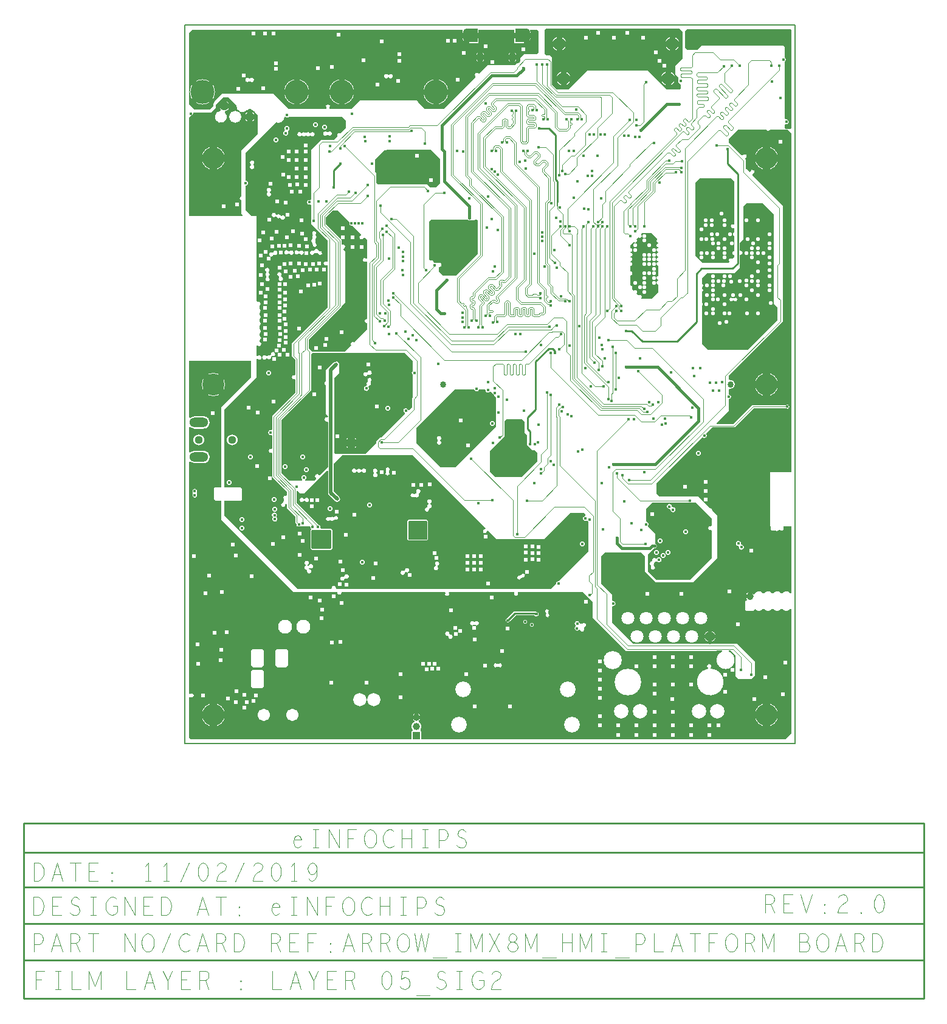
<source format=gbr>
G04 ================== begin FILE IDENTIFICATION RECORD ==================*
G04 Layout Name:  EI_ARROW_IMX8M_HMI_PLATFORM_17_00666_02.brd*
G04 Film Name:    L5_SIG2.gbr*
G04 File Format:  Gerber RS274X*
G04 File Origin:  Cadence Allegro 17.2-P019*
G04 Origin Date:  Mon Feb 11 12:30:42 2019*
G04 *
G04 Layer:  DRAWING FORMAT/L5*
G04 Layer:  DRAWING FORMAT/FILM_LABEL_OUTLINE*
G04 Layer:  VIA CLASS/L5_SIG2*
G04 Layer:  PIN/L5_SIG2*
G04 Layer:  ETCH/L5_SIG2*
G04 Layer:  BOARD GEOMETRY/OUTLINE*
G04 *
G04 Offset:    (0.00 0.00)*
G04 Mirror:    No*
G04 Mode:      Positive*
G04 Rotation:  0*
G04 FullContactRelief:  No*
G04 UndefLineWidth:     5.00*
G04 ================== end FILE IDENTIFICATION RECORD ====================*
%FSLAX25Y25*MOIN*%
%IR0*IPPOS*OFA0.00000B0.00000*MIA0B0*SFA1.00000B1.00000*%
%ADD11O,.103X.052*%
%AMMACRO21*
4,1,24,.01722,.0374,
-.04085,.0374,
-.04085,-.0374,
.01722,-.0374,
.021322,-.037042,
.0253,-.035978,
.029033,-.034239,
.032406,-.031878,
.035319,-.028967,
.037682,-.025594,
.039423,-.021863,
.04049,-.017886,
.04085,-.013784,
.04085,-.01378,
.04085,.01378,
.040491,.017882,
.039424,.021859,
.037684,.025591,
.035321,.028964,
.032409,.031875,
.029036,.034237,
.025303,.035976,
.021326,.037042,
.017224,.0374,
.01722,.0374,
0.0*
%
%ADD21MACRO21*%
%ADD19C,.05*%
%ADD14C,.06*%
%ADD25C,.07*%
%ADD17C,.016*%
%ADD10C,.034*%
%ADD12C,.044*%
%ADD24C,.055*%
%ADD16C,.03937*%
%ADD15R,.03937X.03937*%
%ADD13C,.12*%
%ADD18C,.131*%
%ADD23O,.038X.042*%
%AMMACRO22*
4,1,24,-.01722,-.0374,
.04085,-.0374,
.04085,.0374,
-.01722,.0374,
-.021322,.037042,
-.0253,.035978,
-.029033,.034239,
-.032406,.031878,
-.035319,.028967,
-.037682,.025594,
-.039423,.021863,
-.04049,.017886,
-.04085,.013784,
-.04085,.01378,
-.04085,-.01378,
-.040491,-.017882,
-.039424,-.021859,
-.037684,-.025591,
-.035321,-.028964,
-.032409,-.031875,
-.029036,-.034237,
-.025303,-.035976,
-.021326,-.037042,
-.017224,-.0374,
-.01722,-.0374,
0.0*
%
%ADD22MACRO22*%
%ADD20O,.04331X.04921*%
%ADD26C,.01*%
%ADD27C,.02*%
%ADD28C,.03*%
%ADD29C,.04*%
%ADD30C,.015*%
%ADD31C,.025*%
%ADD32C,.003*%
%ADD33C,.004*%
%ADD34C,.005*%
%ADD35C,.006*%
%ADD36C,.0044*%
%ADD37C,.0039*%
%ADD57C,.02104*%
%ADD46C,.02204*%
%ADD39C,.02404*%
%ADD38C,.06004*%
%ADD49C,.06204*%
%ADD48C,.07104*%
%ADD45C,.07204*%
%ADD40C,.02804*%
%ADD55C,.06604*%
%ADD54C,.05704*%
%ADD42C,.07604*%
%ADD41C,.06704*%
%ADD56C,.07704*%
%ADD44C,.08604*%
%ADD50C,.07904*%
%ADD51C,.09904*%
%ADD43C,.12704*%
%ADD47C,.14604*%
%ADD53C,.13804*%
%ADD52O,.05034X.05624*%
G75*
%LPD*%
G75*
G36*
G01X61920Y84700D02*
X21440Y125180D01*
Y133198D01*
X30701D01*
X31202Y133699D01*
Y139901D01*
X30701Y140402D01*
X21440D01*
Y182780D01*
X39300Y200640D01*
Y210597D01*
G02X39840Y210777I300J0D01*
G03Y212223I960J723D01*
G02X39300Y212403I-240J180D01*
G01Y217877D01*
G02X39820Y218082I300J1D01*
G03X41189Y219998I881J818D01*
G01X41100Y220038D01*
Y221107D01*
G03Y223293I-500J1093D01*
G01Y224858D01*
G03Y226942I-600J1042D01*
G01Y229023D01*
G03Y230977I-700J977D01*
G01Y232723D01*
G03Y234677I-700J977D01*
G01Y236203D01*
G03Y237997I-800J897D01*
G01Y240103D01*
G03X39740Y242063I-801J896D01*
G02X39300Y242329I-140J266D01*
G01Y286300D01*
X39170Y286429D01*
Y289002D01*
X36598D01*
X33400Y292200D01*
Y305696D01*
X33526Y305716D01*
G03Y308484I-226J1384D01*
G01X33400Y308504D01*
Y323900D01*
X49861Y340361D01*
X49954Y340322D01*
G03X54526Y343159I1277J3045D01*
G01X54535Y343300D01*
X55016D01*
X55059Y343261D01*
G03X56983Y343300I941J1039D01*
G01X86200D01*
X88400Y341100D01*
Y337400D01*
X85330Y334330D01*
X85233Y334377D01*
G03X83623Y332767I-533J-1077D01*
G01X83670Y332670D01*
X81900Y330900D01*
X74600D01*
X69200Y325500D01*
Y298152D01*
G02X68776Y297879I-300J0D01*
G03Y295325I-578J-1277D01*
G02X69200Y295052I124J-273D01*
G01Y286882D01*
X69188Y286853D01*
G03Y285747I1288J-553D01*
G01X69200Y285718D01*
Y284900D01*
X78378Y275722D01*
Y264318D01*
G02X77903Y264075I-300J0D01*
G03Y262125I-703J-975D01*
G02X78378Y261882I175J-243D01*
G01Y239080D01*
X58708Y219410D01*
Y212188D01*
X60598Y210298D01*
Y202117D01*
G02X60199Y201834I-300J0D01*
G03Y199566I-399J-1134D01*
G02X60598Y199283I99J-283D01*
G01Y192272D01*
X47858Y179532D01*
Y172008D01*
G02X47460Y171724I-300J-1D01*
G03Y169076I-460J-1324D01*
G02X47858Y168792I98J-283D01*
G01Y161805D01*
G02X47459Y161522I-300J0D01*
G03Y159254I-399J-1134D01*
G02X47858Y158971I99J-283D01*
G01Y146141D01*
X55978Y138021D01*
Y136117D01*
G02X55579Y135834I-300J0D01*
G03X54362Y133820I-399J-1134D01*
G02Y133380I-205J-220D01*
G03X54004Y132252I818J-880D01*
G02X53748Y131892I-294J-62D01*
G03X55076Y130948I152J-1192D01*
G02X55332Y131308I294J62D01*
G03X55579Y131366I-150J1193D01*
G02X55978Y131083I99J-283D01*
G01Y129017D01*
X60410Y124586D01*
Y124582D01*
X60564Y124427D01*
Y120974D01*
X61294Y120244D01*
X61292Y120178D01*
G03X61388Y119660I1201J-45D01*
G01X61400Y119632D01*
Y119200D01*
X61735D01*
G03X63251I758J933D01*
G01X68425D01*
G02X68720Y118847I0J-300D01*
G03X69119Y117598I1380J-247D01*
G02X69121Y117172I-210J-214D01*
G01X68798Y116849D01*
Y107151D01*
X69751Y106198D01*
X79949D01*
X80802Y107051D01*
Y116949D01*
X80049Y117702D01*
X74593D01*
G02X74312Y118107I0J300D01*
G03X73330Y119963I-1312J493D01*
G01X73289Y119972D01*
X61122Y132140D01*
Y138194D01*
G02X61634Y138406I300J0D01*
G01X62960Y137080D01*
X65480D01*
X77986Y149586D01*
G02X78498Y149374I212J-212D01*
G01Y136744D01*
X82375Y132868D01*
G03X84639Y135132I1132J1132D01*
G01X81702Y138070D01*
Y153302D01*
X86400Y158000D01*
X125000D01*
X164890Y118110D01*
G02X164656Y117599I-212J-212D01*
G03X165766Y116489I-89J-1199D01*
G02X166277Y116723I299J22D01*
G01X171000Y112000D01*
X197100D01*
X211400Y126300D01*
X219000D01*
X219600Y125700D01*
Y124646D01*
X219467Y124631D01*
G03X220423Y122087I156J-1393D01*
G02X220842Y122010I171J-246D01*
G03X221200Y121649I1158J790D01*
G01Y105300D01*
X204903Y89003D01*
X204842Y89002D01*
G03X203458Y87618I18J-1402D01*
G01X203457Y87557D01*
X200600Y84700D01*
X83148D01*
G02X82859Y85080I0J300D01*
G03X80541I-1159J320D01*
G02X80252Y84700I-289J-80D01*
G01X61920D01*
G37*
G36*
G01X69800Y214900D02*
X67800Y216900D01*
Y221339D01*
X85802Y239341D01*
Y239602D01*
X88100Y241900D01*
Y269500D01*
X87006Y270594D01*
G02X87108Y271085I212J212D01*
G03X86214Y273317I-442J1118D01*
G02X85802Y273595I-112J278D01*
G01Y276060D01*
X77330Y284531D01*
Y288569D01*
X80962Y292200D01*
X83500D01*
X90113Y285587D01*
X90079Y285496D01*
G03X91886Y283689I1311J-496D01*
G01X91977Y283723D01*
X96718Y278982D01*
G02X96585Y278480I-212J-212D01*
G03X98061Y277004I317J-1159D01*
G02X98563Y277137I290J-79D01*
G01X100100Y275600D01*
Y265892D01*
G02X99565Y265705I-300J-1D01*
G03Y264207I-940J-749D01*
G02X100100Y264020I235J-186D01*
G01Y233002D01*
G02X99800Y232702I-300J0D01*
G03Y230298I0J-1202D01*
G02X100100Y229998I0J-300D01*
G01Y227000D01*
X92923Y219823D01*
G03X91224Y218124I-823J-876D01*
G01X88000Y214900D01*
X69800D01*
G37*
G36*
G01X140200Y151400D02*
X127100Y164500D01*
Y173200D01*
X148100Y194200D01*
X158625D01*
X158648Y194077D01*
G03X161406I1379J250D01*
G01X161429Y194200D01*
X164417D01*
G02X164715Y193866I0J-300D01*
G03X167163Y192785I1393J-158D01*
G02X167601Y192799I226J-198D01*
G01X168546Y191854D01*
X168556Y191817D01*
G03X169517Y190856I1348J387D01*
G01X169554Y190846D01*
X170500Y189900D01*
Y173700D01*
X148200Y151400D01*
X140200D01*
G37*
G36*
G01X129770Y6368D02*
G03X129235Y7124I-801J0D01*
G02X129107Y7602I100J283D01*
G03X128220Y11887I-2107J1798D01*
G02X128198Y12413I132J269D01*
G03X125802I-1198J1987D01*
G02X125780Y11887I-154J-257D01*
G03X124893Y7602I1220J-2487D01*
G02X124765Y7124I-228J-195D01*
G03X124230Y6368I266J-756D01*
G01Y2300D01*
X3200D01*
X2300Y3200D01*
Y25377D01*
G02X2820Y25582I300J1D01*
G03Y27218I880J818D01*
G02X2300Y27423I-220J204D01*
G01Y154365D01*
G02X2806Y154583I300J0D01*
G03X5147Y153650I2340J2468D01*
G01X10247D01*
G03Y160452I0J3401D01*
G01X5147D01*
G03X2806Y159519I-1J-3401D01*
G02X2300Y159737I-206J218D01*
G01Y173263D01*
G02X2806Y173481I300J0D01*
G03X5147Y172548I2340J2468D01*
G01X10247D01*
G03Y179350I0J3401D01*
G01X5147D01*
G03X2806Y178417I-1J-3401D01*
G02X2300Y178635I-206J218D01*
G01Y209898D01*
X36200D01*
Y200700D01*
X19900Y184400D01*
Y140402D01*
X16399D01*
X15798Y139801D01*
Y134099D01*
X16699Y133198D01*
X19900D01*
Y122900D01*
X59600Y83200D01*
X83211D01*
G02X83509Y82860I1J-300D01*
G03X85891I1191J-160D01*
G02X86189Y83200I297J40D01*
G01X142609D01*
G02X142847Y82718I0J-300D01*
G03X144759I956J-729D01*
G02X144997Y83200I238J182D01*
G01X180498D01*
G02X180738Y82720I0J-300D01*
G03X182662I962J-720D01*
G02X182902Y83200I240J180D01*
G01X218300D01*
X223700Y77800D01*
Y68700D01*
X241800Y50600D01*
X291400D01*
X291800Y51000D01*
X294623D01*
G02X294730Y50420I0J-300D01*
G03X298270I1770J-4625D01*
G02X298377Y51000I107J280D01*
G01X299400D01*
X301900Y48500D01*
Y37200D01*
X303600Y35500D01*
X310800D01*
X312600Y37300D01*
Y45100D01*
X302900Y54800D01*
X245800D01*
X234300Y66300D01*
Y75028D01*
G02X234632Y75327I300J1D01*
G03Y78115I147J1394D01*
G02X234300Y78414I-32J298D01*
G01Y81500D01*
X228200Y87600D01*
Y102900D01*
X230200Y104900D01*
X250400D01*
X252400Y102900D01*
Y94100D01*
X258200Y88300D01*
X278600D01*
X292100Y101800D01*
Y124900D01*
X289152Y127848D01*
Y127909D01*
G03X288009Y129052I-1152J-9D01*
G01X287948D01*
X281700Y135300D01*
X260200D01*
X258600Y136900D01*
Y142600D01*
X283796Y167796D01*
X283901Y167708D01*
G03X285783Y169783I898J1077D01*
G01X289278Y173278D01*
X301440D01*
X311940Y183778D01*
X329423D01*
G03Y185422I877J822D01*
G01X311260D01*
X300760Y174922D01*
X291646D01*
G02X291434Y175434I0J300D01*
G01X298400Y182400D01*
Y188889D01*
X298527Y188908D01*
G03Y191186I-174J1139D01*
G01X298400Y191205D01*
Y194095D01*
G02X298755Y194390I300J0D01*
G03Y199310I457J2460D01*
G02X298400Y199605I-55J295D01*
G01Y201900D01*
X328000Y231500D01*
Y294700D01*
X311174Y311526D01*
G02X311362Y312038I212J213D01*
G03X310071Y313329I-93J1198D01*
G02X309559Y313141I-299J24D01*
G01X307700Y315000D01*
Y319900D01*
X307357Y320243D01*
G02X307435Y320724I212J212D01*
G03X305824Y322335I-535J1076D01*
G02X305343Y322257I-269J134D01*
G01X298300Y329300D01*
Y331400D01*
X303200Y336300D01*
X318707D01*
G03X320893I1093J500D01*
G01X330600D01*
X332600Y334300D01*
Y148846D01*
X320820D01*
Y118922D01*
X321184D01*
G02X321434Y118455I0J-300D01*
G03X323222Y116882I1001J-664D01*
G02X323659Y116834I196J-227D01*
G03X325697Y117014I963J719D01*
G02X326204Y117061I268J-135D01*
G03X328161Y118455I956J729D01*
G02X328411Y118922I250J167D01*
G01X332600D01*
Y82488D01*
G02X332053Y82317I-300J-1D01*
G03X327581Y82276I-2222J-1536D01*
G02X327081I-250J166D01*
G03X322581I-2250J-1495D01*
G02X322081I-250J166D01*
G03X317581I-2250J-1495D01*
G02X317081I-250J166D01*
G03X312356Y81864I-2250J-1495D01*
G02X311817Y81842I-275J120D01*
G03X307580Y80781I-1986J-1061D01*
G01Y80381D01*
G03X308288Y78742I2251J0D01*
G01X308335Y78697D01*
Y78482D01*
X307931D01*
G03X307130Y77681I0J-801D01*
G01Y73481D01*
G03X307931Y72680I801J0D01*
G01X311731D01*
G03X312532Y73481I0J801D01*
G01Y73656D01*
X312751D01*
X312795Y73605D01*
G03X317081Y73886I2036J1776D01*
G02X317581I250J-166D01*
G03X322081I2250J1495D01*
G02X322581I250J-166D01*
G03X327081I2250J1495D01*
G02X327581I250J-166D01*
G03X332053Y73845I2250J1495D01*
G02X332600Y73674I247J-170D01*
G01Y5500D01*
X329400Y2300D01*
X129770D01*
Y6368D01*
G37*
G36*
G01X170200Y146200D02*
X167300Y149100D01*
Y160200D01*
X175400Y168300D01*
Y168673D01*
X175422Y168694D01*
Y176622D01*
X176500Y177700D01*
X185000D01*
X186300Y176400D01*
Y170400D01*
X187700Y169000D01*
Y163600D01*
X190500Y160800D01*
X191900D01*
X193400Y159300D01*
Y154900D01*
X184700Y146200D01*
X170200D01*
G37*
G36*
G01X57400Y144000D02*
X52922Y148478D01*
Y177260D01*
X54762Y179100D01*
X54800D01*
X69400Y193700D01*
Y213400D01*
X70200Y214200D01*
X120500D01*
X125100Y209600D01*
Y204436D01*
G03Y202006I700J-1215D01*
G01Y189845D01*
X124478Y189223D01*
Y184278D01*
X122948Y182748D01*
G02X122451Y182865I-212J212D01*
G03X120677Y181091I-1330J-444D01*
G02X120794Y180594I-95J-285D01*
G01X107942Y167742D01*
X107005D01*
X104878Y165615D01*
Y164678D01*
X99100Y158900D01*
X82500D01*
X81900Y159500D01*
Y200400D01*
X84600Y203100D01*
Y207447D01*
X84604Y207464D01*
G03Y208236I-1554J386D01*
G01X84600Y208253D01*
Y208300D01*
X84582Y208318D01*
X84571Y208352D01*
G03X81918Y208982I-1521J-502D01*
G01X81835Y208900D01*
X81500D01*
X77200Y204600D01*
Y198518D01*
X77117Y198477D01*
G03Y196323I533J-1077D01*
G01X77200Y196282D01*
Y180700D01*
X78498Y179402D01*
Y178993D01*
G02X78089Y178714I-300J0D01*
G03Y176476I-439J-1119D01*
G02X78498Y176197I109J-279D01*
G01Y151498D01*
X74025Y147025D01*
G02X73552Y147090I-212J213D01*
G03X71915Y145453I-1047J-590D01*
G02X71980Y144980I-148J-261D01*
G01X71000Y144000D01*
X66168D01*
G02X65997Y144547I0J300D01*
G03X64403I-797J1153D01*
G02X64232Y144000I-171J-247D01*
G01X57400D01*
G37*
G36*
G01X69900Y117100D02*
X79800D01*
X80200Y116700D01*
Y107300D01*
X79700Y106800D01*
X70000D01*
X69400Y107400D01*
Y116600D01*
X69900Y117100D01*
G37*
G36*
G01X5300Y347400D02*
X2300Y350400D01*
Y389500D01*
X4000Y391200D01*
X152218D01*
G02X152475Y390746I0J-300D01*
G03X152092Y389357I2331J-1390D01*
G01Y386601D01*
G03X154806Y383888I2714J1D01*
G01X160966D01*
Y391200D01*
X180734D01*
Y383888D01*
X186894D01*
G03X189608Y386601I0J2714D01*
G01Y389357D01*
G03X189225Y390746I-2714J-1D01*
G02X189482Y391200I257J154D01*
G01X193300D01*
X194000Y390500D01*
Y378700D01*
X192900Y377600D01*
X192507D01*
X192472Y377620D01*
G03X191294Y377600I-572J-1000D01*
G01X185800D01*
X184000Y375800D01*
Y373900D01*
X182700Y372600D01*
X182000D01*
X181000Y371600D01*
X165900D01*
X161458Y367158D01*
G02X161017Y367177I-212J213D01*
G03X159323Y365483I-917J-777D01*
G02X159342Y365042I-194J-229D01*
G01X142000Y347700D01*
X131700D01*
X128011Y351389D01*
X128008Y351392D01*
G03X127779Y351621I-2446J-2218D01*
G01X127000Y352400D01*
X126263D01*
X126248Y352403D01*
G03X124878I-685J-3230D01*
G01X124863Y352400D01*
X116420D01*
X116405Y352403D01*
G03X115035I-685J-3230D01*
G01X115020Y352400D01*
X108546D01*
X108531Y352403D01*
G03X107161I-685J-3230D01*
G01X107146Y352400D01*
X98703D01*
X98688Y352403D01*
G03X97318I-685J-3230D01*
G01X97303Y352400D01*
X96100D01*
X91400Y347700D01*
X79456D01*
G02X79251Y348220I-1J300D01*
G03X77615I-818J880D01*
G02X77410Y347700I-204J-220D01*
G01X56900D01*
X48500Y356100D01*
X20350D01*
X15450Y351200D01*
Y349150D01*
X13700Y347400D01*
X5300D01*
G37*
G36*
G01X2300Y289002D02*
Y343200D01*
X3169Y344069D01*
X3243Y344059D01*
G03X4541Y345357I157J1141D01*
G01X4531Y345431D01*
X4700Y345600D01*
X14400D01*
X17000Y348200D01*
Y350200D01*
X20800Y354000D01*
X24000D01*
X28274Y349726D01*
X28266Y349654D01*
G03X34116Y347200I3280J-381D01*
G01X36850D01*
G03X38165Y346219I2570J2073D01*
G01X38193Y346207D01*
X40100Y344300D01*
Y343910D01*
X40098Y343898D01*
G03Y342836I3259J-531D01*
G01X40100Y342824D01*
Y342600D01*
X40000Y342500D01*
Y334100D01*
X30900Y325000D01*
Y301922D01*
X30893Y301900D01*
G03Y301180I1147J-360D01*
G01X30900Y301158D01*
Y299869D01*
X30800Y299833D01*
G03Y297567I400J-1133D01*
G01X30900Y297531D01*
Y290400D01*
X31786Y289514D01*
G02X31574Y289002I-212J-212D01*
G01X2300D01*
G37*
G36*
G01X104250Y319950D02*
X109370Y325070D01*
X109467Y325023D01*
G03X111042Y325500I534J1077D01*
G01X114082D01*
G03X115476I697J979D01*
G01X134800D01*
X139900Y320400D01*
Y307100D01*
X137700Y304900D01*
X134700D01*
X133100Y306500D01*
X106100D01*
X105100Y307500D01*
Y312700D01*
X104250Y313550D01*
Y319950D01*
G37*
G36*
G01X139597Y261098D02*
G03X138946Y263319I-13J1202D01*
G01X138845Y263255D01*
X138600Y263500D01*
X136759D01*
G02X136459Y263798I0J300D01*
G03X134571Y264777I-1202J-8D01*
G02X134100Y265023I-171J246D01*
G01Y286200D01*
X135100Y287200D01*
X154618D01*
G03X156473Y286800I1186J1000D01*
G01X158700D01*
X159000Y287100D01*
X160200D01*
X160600Y286700D01*
Y268300D01*
X148600Y256300D01*
X141600D01*
X139300Y258600D01*
Y260798D01*
G02X139597Y261098I300J0D01*
G37*
G36*
G01X264200Y358400D02*
X253700Y368900D01*
X220600D01*
X210200Y358500D01*
X204000D01*
X201322Y361178D01*
Y373940D01*
X201300Y373962D01*
Y376100D01*
X200200Y377200D01*
X198200D01*
X197400Y378000D01*
Y391200D01*
X197900Y391700D01*
X271200D01*
X272800Y390100D01*
Y375300D01*
X268900Y371400D01*
Y366900D01*
X270600Y365200D01*
Y363171D01*
G03Y363029I1400J-71D01*
G01Y362400D01*
X271800Y361200D01*
Y359000D01*
X271200Y358400D01*
X264200D01*
G37*
G36*
G01X288900Y116684D02*
Y101700D01*
X276800Y89600D01*
X258500D01*
X253800Y94300D01*
Y103600D01*
X257118Y106918D01*
X257500D01*
G03X257905Y109558I0J1351D01*
G01X257800Y109591D01*
Y115200D01*
X253997Y119003D01*
G02Y119214I107J106D01*
G03X253226Y121584I-997J986D01*
G01X253100Y121604D01*
Y128800D01*
X256400Y132100D01*
X275931D01*
G03X277669I869J1100D01*
G01X280300D01*
X288900Y123500D01*
Y119516D01*
G02X288500Y119233I-300J0D01*
G03Y116967I-400J-1133D01*
G02X288900Y116684I100J-283D01*
G37*
G36*
G01X286700Y215900D02*
X283500Y219100D01*
Y239709D01*
X283581Y239751D01*
G03Y241705I-511J977D01*
G01X283500Y241747D01*
Y247335D01*
X283596Y247372D01*
G03Y249428I-396J1028D01*
G01X283500Y249465D01*
Y249881D01*
X283604Y249915D01*
G03Y252013I-336J1049D01*
G01X283500Y252047D01*
Y254900D01*
X283647Y255047D01*
X283675Y255058D01*
G03X284292Y255675I-407J1024D01*
G01X284303Y255703D01*
X286200Y257600D01*
X301300D01*
X304200Y260500D01*
Y262742D01*
X304218Y262761D01*
Y267490D01*
G02X304562Y267787I300J0D01*
G03Y269967I161J1090D01*
G02X304218Y270264I-44J297D01*
G01Y274418D01*
X306300Y276500D01*
Y294300D01*
X308200Y296200D01*
X316700D01*
X322900Y290000D01*
Y289868D01*
X322878Y289832D01*
G03X322900Y288533I1022J-632D01*
G01Y284967D01*
G03Y283633I1000J-667D01*
G01Y241000D01*
X324800Y239100D01*
Y232100D01*
X308600Y215900D01*
X286700D01*
G37*
G36*
G01X252174Y279600D02*
X255800D01*
X258984Y276416D01*
X258890Y276310D01*
G03X259481Y274496I820J-736D01*
G01X259600Y274471D01*
Y274119D01*
X259481Y274094D01*
G03Y271938I231J-1078D01*
G01X259600Y271913D01*
Y271559D01*
X259481Y271534D01*
G03Y269378I230J-1078D01*
G01X259600Y269353D01*
Y269000D01*
X259481Y268975D01*
G03Y266819I229J-1078D01*
G01X259600Y266794D01*
Y266441D01*
X259481Y266416D01*
G03Y264260I229J-1078D01*
G01X259600Y264235D01*
Y263882D01*
X259481Y263857D01*
G03Y261701I229J-1078D01*
G01X259600Y261676D01*
Y256206D01*
X259481Y256181D01*
G03Y254025I230J-1078D01*
G01X259600Y254000D01*
Y253647D01*
X259481Y253622D01*
G03Y251466I230J-1078D01*
G01X259600Y251441D01*
Y247400D01*
X256000Y243800D01*
X250300D01*
X250133Y243967D01*
X250240Y244074D01*
X250241Y244075D01*
G03X248683Y245633I-767J791D01*
G02X248469Y245631I-108J104D01*
G01X247680Y246420D01*
G02X247681Y246634I106J107D01*
G03X246123Y248192I-766J792D01*
G02X245909Y248191I-107J105D01*
G01X245121Y248979D01*
G02X245122Y249193I106J107D01*
G03X244527Y251074I-766J792D01*
G01X244400Y251094D01*
Y256553D01*
X244527Y256573D01*
G03Y258751I-171J1089D01*
G01X244400Y258771D01*
Y261670D01*
X244527Y261690D01*
G03Y263868I-171J1089D01*
G01X244400Y263888D01*
Y264229D01*
X244527Y264249D01*
G03Y266427I-171J1089D01*
G01X244400Y266447D01*
Y266788D01*
X244527Y266808D01*
G03Y268986I-171J1089D01*
G01X244400Y269006D01*
Y269347D01*
X244527Y269367D01*
G03Y271545I-171J1089D01*
G01X244400Y271565D01*
Y273200D01*
X246062Y274862D01*
X246168Y274764D01*
G03X247725Y276321I747J810D01*
G01X247627Y276427D01*
X248621Y277421D01*
X248727Y277323D01*
G03X250284Y278880I747J810D01*
G02X250288Y279088I110J102D01*
G01X250800Y279600D01*
X251892D01*
X251901Y279599D01*
G03X252165I132J1094D01*
G01X252174Y279600D01*
G37*
G36*
G01X301256Y269858D02*
G03Y267656I44J-1101D01*
G02X301400Y267506I-6J-150D01*
G01Y266700D01*
X300307Y265607D01*
G02X300096I-106J106D01*
G03X298537Y264048I-774J-785D01*
G01X298642Y263942D01*
X298000Y263300D01*
X284100D01*
X280100Y267300D01*
Y307400D01*
X282400Y309700D01*
X299700D01*
X301400Y308000D01*
Y284715D01*
G02X300950Y284455I-300J0D01*
G03Y282545I-550J-955D01*
G02X301400Y282285I150J-260D01*
G01Y280215D01*
X301282Y280190D01*
G03Y278036I235J-1077D01*
G01X301400Y278011D01*
Y270008D01*
G02X301256Y269858I-150J0D01*
G37*
G36*
G01X330851Y336900D02*
X330849Y336902D01*
X329598D01*
X329000Y337500D01*
Y339073D01*
G02X329388Y339360I300J0D01*
G03Y342040I412J1340D01*
G02X329000Y342327I-88J287D01*
G01Y373485D01*
G03Y375915I-700J1215D01*
G01Y381800D01*
X328300Y382500D01*
X283500D01*
X280950Y379950D01*
X275450D01*
X274400Y381000D01*
Y390300D01*
X275600Y391500D01*
X332000D01*
X332500Y391000D01*
Y337400D01*
X332000Y336900D01*
X330851D01*
G37*
%LPC*%
G75*
G36*
G01X121898Y111851D02*
Y122049D01*
X122551Y122702D01*
X132749D01*
X133402Y122049D01*
Y111951D01*
X132749Y111298D01*
X122451D01*
X121898Y111851D01*
G37*
G36*
G01X56585Y335726D02*
G03X56461Y335285I125J-273D01*
G02X54715Y335774I-1161J-785D01*
G03X54839Y336215I-125J273D01*
G02X56585Y335726I1161J785D01*
G37*
G36*
G01X78451Y333487D02*
G03X77971I-240J-180D01*
G02Y334933I-960J723D01*
G03X78451I240J180D01*
G02Y333487I960J-723D01*
G37*
G36*
G01X64277Y333080D02*
G03X63797I-240J-180D01*
G02Y334526I-960J723D01*
G03X64277I240J180D01*
G02X66167Y334564I960J-723D01*
G03X66632I233J190D01*
G02X68522Y334526I930J-761D01*
G03X69002I240J180D01*
G02Y333080I960J-723D01*
G03X68522I-240J-180D01*
G02X66632Y333042I-960J723D01*
G03X66167I-233J-190D01*
G02X64277Y333080I-930J761D01*
G37*
G36*
G01X37609Y317377D02*
G03Y316897I180J-240D01*
G02X36163I-723J-960D01*
G03Y317377I-180J240D01*
G02X37609I723J960D01*
G37*
G36*
G01X46762Y302390D02*
G03Y301910I180J-240D01*
G02X45316I-723J-960D01*
G03Y302390I-180J240D01*
G02X46762I723J960D01*
G37*
G36*
G01X71447Y274726D02*
G03X71579Y274289I253J-162D01*
G02X70085Y273835I-481J-1101D01*
G03X69953Y274272I-253J162D01*
G02X69870Y276434I481J1101D01*
G03X69983Y276859I-141J265D01*
G02X70143Y278343I1017J641D01*
G03X70123Y278783I-213J211D01*
G02X71757Y278857I777J917D01*
G03X71777Y278417I213J-211D01*
G02X71564Y276439I-777J-917D01*
G03X71451Y276014I141J-265D01*
G02X71447Y274726I-1017J-641D01*
G37*
G36*
G01X110372Y148956D02*
G03X110394Y149415I-182J239D01*
G02X111938Y149342I815J883D01*
G03X111916Y148883I182J-239D01*
G02X110372Y148956I-815J-883D01*
G37*
G36*
G01X79820Y122282D02*
G03X79380I-220J-205D01*
G02Y123918I-880J818D01*
G03X79820I220J205D01*
G02X81386Y124087I880J-818D01*
G03X81821Y124191I171J247D01*
G02X82193Y122634I1058J-570D01*
G03X81758Y122530I-171J-247D01*
G02X79820Y122282I-1058J570D01*
G37*
G36*
G01X50179Y124290D02*
G03X50197Y124078I114J-97D01*
G02X48233Y123910I-897J-1078D01*
G03X48215Y124122I-114J97D01*
G02X50179Y124290I897J1078D01*
G37*
G36*
G01X184976Y90975D02*
G03X184577Y90755I-105J-281D01*
G02X183824Y92125I-1177J245D01*
G03X184223Y92345I105J281D01*
G02X184976Y90975I1177J-245D01*
G37*
G36*
G01X52923Y289133D02*
G02X52556Y287846I777J-917D01*
G03X52077Y287983I-285J-92D01*
G02X50137Y288597I-777J917D01*
G03X49638Y288736I-290J-76D01*
G02X49963Y289901I-838J862D01*
G03X50462Y289762I290J76D01*
G02X52444Y289270I838J-862D01*
G03X52923Y289133I285J92D01*
G37*
G36*
G01X62939Y269565D02*
G02X62900Y268515I1061J-565D01*
G03X62361Y268535I-274J-121D01*
G02X62400Y269585I-1061J565D01*
G03X62939Y269565I274J121D01*
G37*
G36*
G01X57339D02*
G02X57300Y268515I1061J-565D01*
G03X56761Y268535I-274J-121D01*
G02X56800Y269585I-1061J565D01*
G03X57339Y269565I274J121D01*
G37*
G36*
G01X73676Y269925D02*
G02X72923Y268555I424J-1125D01*
G03X72524Y268775I-294J-61D01*
G02X71443Y268893I-424J1125D01*
G03X70984Y268693I-164J-251D01*
G02X70457Y269907I-1184J207D01*
G03X70916Y270107I164J251D01*
G02X73277Y270145I1184J-207D01*
G03X73676Y269925I294J61D01*
G37*
G36*
G01X48470Y267723D02*
G02X47971Y268997I-1170J277D01*
G03X48430Y269177I167J249D01*
G02X48929Y267903I1170J-277D01*
G03X48470Y267723I-167J-249D01*
G37*
G36*
G01X52902Y255763D02*
G02X51738Y255437I-302J-1163D01*
G03X51598Y255937I-215J209D01*
G02X52762Y256263I302J1163D01*
G03X52902Y255763I215J-209D01*
G37*
G36*
G01X45902Y255440D02*
G02X44698I-602J-1040D01*
G03Y255960I-150J260D01*
G02X44595Y257974I602J1040D01*
G03X44575Y258473I-176J243D01*
G02X45905Y258526I625J1027D01*
G03X45925Y258027I176J-243D01*
G02X45902Y255960I-625J-1027D01*
G03Y255440I150J-260D01*
G37*
G36*
G01X44663Y211040D02*
G02X44617Y212240I-1063J560D01*
G03X45137Y212260I254J160D01*
G02X46710Y212789I1064J-560D01*
G03X47129Y213128I127J272D01*
G02X47790Y212311I1171J272D01*
G03X47371Y211972I-127J-272D01*
G02X45183Y211060I-1171J-272D01*
G03X44663Y211040I-254J-160D01*
G37*
G36*
G01X93880Y148973D02*
G02Y150027I-1080J527D01*
G03X94420I270J131D01*
G02X96580I1080J-527D01*
G03X97120I270J131D01*
G02Y148973I1080J-527D01*
G03X96580I-270J-131D01*
G02X94420I-1080J527D01*
G03X93880I-270J-131D01*
G37*
G36*
G01X105103Y148095D02*
G02X103688Y148002I-644J-1015D01*
G03X103656Y148485I-193J230D01*
G02X105071Y148578I644J1015D01*
G03X105103Y148095I193J-230D01*
G37*
G36*
G01X125780Y135182D02*
G02Y136818I-880J818D01*
G03X126220I220J205D01*
G02X126823Y137170I881J-817D01*
G03X127003Y137629I-69J292D01*
G02X128277Y137130I997J671D01*
G03X128097Y136671I69J-292D01*
G02X126220Y135182I-997J-671D01*
G03X125780I-220J-205D01*
G37*
G36*
G01X65180Y132973D02*
G02Y134027I-1080J527D01*
G03X65720I270J131D01*
G02Y132973I1080J-527D01*
G03X65180I-270J-131D01*
G37*
G36*
G01X133878Y128440D02*
G02X132643Y129401I-1178J-240D01*
G03X132922Y129760I-15J299D01*
G02X133573Y131080I1178J240D01*
G03Y131620I-131J270D01*
G02X134627I527J1080D01*
G03Y131080I131J-270D01*
G02X134157Y128799I-527J-1080D01*
G03X133878Y128440I15J-299D01*
G37*
G36*
G01X138478Y97016D02*
G02X137402Y97265I-779J-916D01*
G03X137522Y97784I-74J291D01*
G02X138598Y97535I779J916D01*
G03X138478Y97016I74J-291D01*
G37*
G36*
G01X68133Y95600D02*
G02X67067Y94800I67J-1200D01*
G03X66767Y95200I-283J100D01*
G02X66140Y97463I-66J1200D01*
G03X66160Y97983I-140J266D01*
G02X67360Y97937I640J1017D01*
G03X67340Y97417I140J-266D01*
G02X67522Y97277I-638J-1018D01*
G03X68022Y97437I206J219D01*
G02X68378Y96323I1178J-237D01*
G03X67878Y96163I-206J-219D01*
G02X67833Y96000I-1178J238D01*
G03X68133Y95600I283J-100D01*
G37*
G36*
G01X120702Y93722D02*
G02X120139Y94718I-1202J-22D01*
G03X120598Y94978I159J254D01*
G02X121161Y93982I1202J22D01*
G03X120702Y93722I-159J-254D01*
G37*
G36*
G01X87502Y90397D02*
G02X87019Y91363I-1202J3D01*
G03X87498Y91603I179J241D01*
G02X87981Y90637I1202J-3D01*
G03X87502Y90397I-179J-241D01*
G37*
G36*
G01X140094Y165882D02*
G02X138706I-694J-982D01*
G03Y166371I-173J245D01*
G02X140094I694J982D01*
G03Y165882I173J-244D01*
G37*
G36*
G01X36364Y31267D02*
Y39567D01*
G02X37165Y40368I801J0D01*
G01X42365D01*
G02X43166Y39567I0J-801D01*
G01Y31267D01*
G02X42365Y30466I-801J0D01*
G01X37165D01*
G02X36364Y31267I0J801D01*
G37*
G36*
G01Y42684D02*
Y50984D01*
G02X37165Y51786I801J1D01*
G01X42365D01*
G02X43166Y50984I-1J-802D01*
G01Y42684D01*
G02X42365Y41882I-801J-1D01*
G01X37165D01*
G02X36364Y42684I1J802D01*
G37*
G36*
G01X49750D02*
Y50984D01*
G02X50551Y51786I801J1D01*
G01X55751D01*
G02X56552Y50984I-1J-802D01*
G01Y42684D01*
G02X55751Y41882I-801J-1D01*
G01X50551D01*
G02X49750Y42684I1J802D01*
G37*
G36*
G01X4339Y136942D02*
G03X4338Y137334I-228J195D01*
G02X6459Y137336I1060J918D01*
G03X6460Y136944I228J-195D01*
G02X4339Y136942I-1060J-918D01*
G37*
G36*
G01X304912Y109360D02*
G03X305192Y109000I294J-60D01*
G02X303752Y107880I-66J-1400D01*
G03X303472Y108240I-294J60D01*
G02X304912Y109360I66J1400D01*
G37*
G36*
G01X181456Y70298D02*
X178220Y67062D01*
X178208Y67035D01*
G02X176635Y68608I-1108J465D01*
G01X176662Y68620D01*
X180544Y72502D01*
X192456D01*
X192856Y72102D01*
X193352D01*
X193768Y71686D01*
G02X192572Y69887I-779J-779D01*
G01X192545Y69898D01*
X191944D01*
X191544Y70298D01*
X181456D01*
G37*
G36*
G01X159040Y65277D02*
G03X158560I-240J-180D01*
G02Y66723I-960J723D01*
G03X159040I240J180D01*
G02Y65277I960J-723D01*
G37*
G36*
G01X145130Y60091D02*
G03X145469Y59752I297J-42D01*
G02X144448Y58731I169J-1190D01*
G03X144109Y59070I-297J42D01*
G02X145130Y60091I-169J1190D01*
G37*
G36*
G01X171808Y42094D02*
G03X171364I-222J-201D01*
G02Y43706I-892J806D01*
G03X171808I222J201D01*
G02Y42094I892J-806D01*
G37*
G36*
G01X199344Y71309D02*
G02X198141Y71099I-444J-1009D01*
G03X198056Y71591I-206J218D01*
G02X199259Y71801I444J1009D01*
G03X199344Y71309I206J-218D01*
G37*
G36*
G01X218897Y63271D02*
G02X216747Y62260I-997J-671D01*
G03X216220Y62356I-288J-85D01*
G02X214194Y64270I-1119J844D01*
G03X214199Y64724I-193J229D01*
G02X216528Y65752I927J1052D01*
G01Y65600D01*
X217823D01*
G02X219077Y63730I977J-700D01*
G03X218897Y63271I69J-292D01*
G37*
G36*
G01X288483Y41079D02*
G02X286721Y40958I-384J-7292D01*
G03X286831Y41501I-57J294D01*
G02X288300Y41602I669J999D01*
G03X288483Y41079I199J-224D01*
G37*
G36*
G01X100156Y202069D02*
G02X99685Y203388I-1156J331D01*
G03X100144Y203552I171J246D01*
G02X100615Y202233I1156J-331D01*
G03X100156Y202069I-171J-246D01*
G37*
G36*
G01X100600Y195457D02*
G02X99543Y195988I-1099J-870D01*
G03X99798Y196459I9J300D01*
G02X100196Y198191I988J685D01*
G03X100299Y198619I-147J262D01*
G02X101890Y198237I1001J665D01*
G03X101787Y197809I147J-262D01*
G02X100825Y195943I-1001J-665D01*
G03X100600Y195457I10J-300D01*
G37*
G36*
G01X111857Y364938D02*
G03X111377I-240J-180D01*
G02Y366384I-960J723D01*
G03X111857I240J180D01*
G02Y364938I960J-723D01*
G37*
G36*
G01X35723Y362938D02*
G03X35243I-240J-180D01*
G02Y364384I-960J723D01*
G03X35723I240J180D01*
G02Y362938I960J-723D01*
G37*
G36*
G01X21844Y345908D02*
G02X19572Y346665I-2109J-2541D01*
G03X19761Y347184I-15J299D01*
G02X22004Y346437I1942J2089D01*
G03X21844Y345908I32J-298D01*
G37*
G36*
G01X267102Y129880D02*
G03X267454Y129580I300J-5D01*
G02X266298Y128220I246J-1380D01*
G03X265946Y128520I-300J5D01*
G02X267102Y129880I-246J1380D01*
G37*
G36*
G01X255661Y97151D02*
G03X255572Y97601I-234J188D01*
G02X255991Y99844I581J1052D01*
G03X256242Y100211I-41J297D01*
G02X258288Y101311I1170J277D01*
G03X258770Y101373I219J205D01*
G02X258896Y99836I1230J-673D01*
G03X258410Y99818I-236J-185D01*
G02X257574Y99297I-998J670D01*
G03X257323Y98930I41J-297D01*
G02X257092Y97902I-1170J-277D01*
G03X257181Y97452I234J-188D01*
G02X255661Y97151I-581J-1052D01*
G37*
G36*
G01X300533Y242660D02*
G02X300524Y243924I-907J626D01*
G03X301016Y243928I245J174D01*
G02X301025Y242664I907J-626D01*
G03X300533Y242660I-245J-174D01*
G37*
G54D57*
X295717Y253523D03*
X289568D03*
X288849Y284231D03*
X285700Y286790D03*
G54D46*
X186463Y66900D03*
X190400Y65100D03*
X314172Y253523D03*
X311023Y266318D03*
X295867Y240627D03*
Y235609D03*
X289567Y238168D03*
X286418Y245845D03*
X317322Y268877D03*
X314172D03*
X289567Y243286D03*
X295967Y245845D03*
X297070Y231000D03*
X289568Y250963D03*
X295867Y256082D03*
X307873Y250964D03*
X285976Y240727D03*
X292126Y243286D03*
X311023Y256082D03*
X299017D03*
X285976Y235609D03*
X292717Y253523D03*
X289577Y245845D03*
X304600Y245846D03*
X300700D03*
X289570Y248405D03*
X314173Y258641D03*
X304400Y253535D03*
X289567Y256082D03*
X314173Y263759D03*
X308573Y276554D03*
X321400Y241500D03*
X320472Y256082D03*
Y250964D03*
Y266318D03*
X320493Y279103D03*
X320472Y271436D03*
X320750Y263000D03*
X320700Y259300D03*
X314173Y235610D03*
X293400Y230500D03*
X298771Y235614D03*
X289567Y235610D03*
X307873Y243287D03*
X314373Y286790D03*
X307873D03*
X299735Y252974D03*
X314173Y245846D03*
Y276554D03*
X308173Y235610D03*
X320472Y248405D03*
Y273995D03*
X311623D03*
X311023Y248405D03*
X295367Y250964D03*
X314172D03*
X311023Y253523D03*
Y268878D03*
X286400Y250970D03*
X307874Y268877D03*
X314172Y271436D03*
X311023D03*
X307940Y253589D03*
X254592Y265338D03*
Y262779D03*
Y257662D03*
X257151Y267897D03*
X254593Y267898D03*
X249474Y249985D03*
X257151Y257662D03*
X252033Y247426D03*
X257145Y260227D03*
X257151Y262779D03*
X246915Y252544D03*
Y273015D03*
X252033Y275574D03*
Y278133D03*
X246915Y270456D03*
X252033Y252544D03*
Y249985D03*
Y255103D03*
Y257662D03*
Y262779D03*
Y265338D03*
Y267897D03*
X254592Y273015D03*
X257151Y270456D03*
Y265338D03*
Y255103D03*
Y252544D03*
X286418Y268877D03*
X295867D03*
X289568D03*
Y273995D03*
X285700Y284231D03*
X295893Y276555D03*
Y286791D03*
X298893Y279114D03*
X286046Y276554D03*
X292717Y271436D03*
X289202Y276559D03*
X295893Y284232D03*
X291999Y279113D03*
X295867Y266318D03*
X283268Y268877D03*
X289567Y266318D03*
X299900Y273995D03*
X292717D03*
X288849Y286790D03*
X294270Y290500D03*
X283268Y266318D03*
Y281672D03*
X295867Y271430D03*
X283268Y276554D03*
X288849Y279113D03*
G54D39*
X53816Y112984D03*
X107900Y148700D03*
X114500Y148500D03*
X88384Y114500D03*
X187518Y93946D03*
X164950Y113430D03*
X39633Y151933D03*
X35017Y184000D03*
X83200Y127011D03*
X103400Y90900D03*
X138000Y101700D03*
X136900Y104300D03*
X85364Y99833D03*
X86500Y95000D03*
X88500Y87000D03*
X84900Y87300D03*
X64551Y110949D03*
X104700Y98600D03*
X71991Y101539D03*
X62868Y115000D03*
X62951Y103500D03*
X166416Y87784D03*
X48666Y187565D03*
X92984Y125290D03*
X190600Y104500D03*
X190585Y107973D03*
Y100973D03*
X194000Y104500D03*
Y107900D03*
Y100900D03*
X186900Y104600D03*
Y108200D03*
Y100800D03*
X158485Y99073D03*
X154800Y99100D03*
X162200D03*
Y102700D03*
X154800D03*
X158485Y102673D03*
X162200Y95300D03*
X154800D03*
X158485Y95273D03*
X125300Y141900D03*
X134400Y142100D03*
X129500Y141900D03*
X50400Y215500D03*
X54200Y215900D03*
X51800Y213000D03*
X56400D03*
X123300Y92300D03*
X49100Y210800D03*
X72600Y133500D03*
X69602Y130199D03*
X69600Y133500D03*
X39800Y181300D03*
X46489Y145404D03*
X48380Y109520D03*
X63960Y286800D03*
X55300Y296252D03*
X47000Y306700D03*
X53900Y311800D03*
X53652Y321300D03*
X66400Y327748D03*
X63152Y302300D03*
X66400Y315000D03*
X61400D03*
Y319700D03*
X56900D03*
X66400D03*
X61400Y324400D03*
X56900D03*
X66400D03*
X61400Y310300D03*
X56900D03*
X66400D03*
X61700Y306412D03*
X57500Y306200D03*
X66300D03*
X46171Y286971D03*
X56300Y289598D03*
X66700Y268800D03*
X52600Y269000D03*
X45800Y265700D03*
X45200Y249000D03*
X44300Y245100D03*
X52100Y245200D03*
Y248900D03*
Y241700D03*
X44400D03*
X43900Y238700D03*
X52100Y238600D03*
Y234900D03*
X44400D03*
X43900Y231600D03*
X52100Y231700D03*
Y227800D03*
X43900D03*
X44400Y224400D03*
X52200D03*
X52100Y221200D03*
X43900Y221300D03*
X51700Y218100D03*
X52100Y251700D03*
X52000Y260900D03*
X54600Y262900D03*
X58100Y263000D03*
X62500Y263100D03*
X66400Y262900D03*
X70200D03*
X73700Y263000D03*
X41600Y247000D03*
X42300Y251800D03*
X41600Y256700D03*
X42200Y262200D03*
X41600Y267500D03*
X44400Y269400D03*
X47800Y272500D03*
X51500Y272700D03*
X54700Y272800D03*
X58000Y273100D03*
X62700Y272700D03*
X67100Y272400D03*
X66300Y276300D03*
X64200Y279400D03*
X59300Y280800D03*
X55900Y277300D03*
X50400Y280500D03*
X47600Y276800D03*
X43000Y280000D03*
X41000Y275900D03*
X55400Y258700D03*
X60300Y259100D03*
X64700Y259300D03*
X68600Y259600D03*
X72300Y259800D03*
X76200D03*
X62100Y256000D03*
X57800Y255700D03*
X55000Y251900D03*
X54800Y247100D03*
X54900Y243400D03*
X54800Y240200D03*
X54600Y236800D03*
Y232900D03*
X55400Y229700D03*
Y226000D03*
Y222700D03*
X55300Y219800D03*
X62600Y227300D03*
X50600Y297002D03*
X58700Y302300D03*
X74100Y252200D03*
X71086Y251314D03*
X67700Y251100D03*
X63700Y247800D03*
X72000Y216600D03*
X77600Y221822D03*
X86100Y225500D03*
X86666Y282439D03*
X91784Y277321D03*
X86666D03*
X91784Y272203D03*
X96902D03*
X76900Y218500D03*
X155337Y163553D03*
X151400Y177126D03*
X36684Y91616D03*
X13284Y92016D03*
X154150Y38150D03*
X158912Y20312D03*
X178312D03*
X85800Y77200D03*
X80500Y55500D03*
X85300Y55600D03*
X174084Y50784D03*
X118320Y25520D03*
X118400Y38080D03*
X15367Y181067D03*
X177064Y63200D03*
X27800Y103000D03*
X4800Y102800D03*
X145900Y73100D03*
X132500Y40900D03*
X130600Y43600D03*
X133800D03*
X137100D03*
X138900Y41200D03*
X135700Y41000D03*
X80400Y33500D03*
X99500D03*
X148400Y63400D03*
X148744Y60051D03*
X150900Y61900D03*
X159100Y57200D03*
X69100Y80200D03*
X74064Y78333D03*
X75000Y68900D03*
X75200Y73500D03*
X81500Y80800D03*
X164700Y42750D03*
X19700Y45700D03*
X19800Y51400D03*
X16400Y60700D03*
X23100Y61200D03*
X168200Y79995D03*
X32700Y26800D03*
X27900Y22900D03*
X23500Y24800D03*
X28300Y28700D03*
X34100Y22600D03*
X38900Y26500D03*
X32700Y19600D03*
X37500Y23500D03*
X20400Y83200D03*
X11400Y82400D03*
X6900Y54500D03*
X9800Y26300D03*
X7200Y43900D03*
X158600Y63300D03*
X26200Y109100D03*
X327800Y27100D03*
X303200Y65500D03*
X253459Y82159D03*
X312200Y24300D03*
X274200Y140900D03*
X310584Y105800D03*
X298700Y83400D03*
X272200Y82100D03*
X285514Y143254D03*
Y138530D03*
Y133800D03*
X329200Y44400D03*
X219900Y77900D03*
X318400Y36500D03*
X237500Y4600D03*
X247500Y4700D03*
X257500Y4600D03*
X267500Y4700D03*
X277500Y4600D03*
X287500D03*
X227500Y10000D03*
X237500D03*
X247500D03*
X257500D03*
X267500D03*
X277500D03*
X287500D03*
X292500D03*
X227500Y15000D03*
X257500Y17500D03*
X267500D03*
X227500Y40000D03*
Y35000D03*
Y30000D03*
Y25000D03*
X257500Y27500D03*
Y32500D03*
Y42500D03*
Y47500D03*
X267500Y32500D03*
Y42500D03*
Y47500D03*
X277500Y32500D03*
Y42500D03*
Y47500D03*
X296200Y28400D03*
X296300Y37900D03*
X300200Y40400D03*
X267200Y24300D03*
X247500Y42400D03*
X227500Y45000D03*
X326700Y329900D03*
X70950Y191550D03*
X100700Y207900D03*
X105342Y184861D03*
X73992Y205908D03*
X83600Y168400D03*
X165000Y382200D03*
X107957Y384584D03*
X32416Y366016D03*
X149700Y363571D03*
X144300Y385100D03*
X147791Y385081D03*
X168724Y373315D03*
X185700Y380500D03*
X80700Y370800D03*
X72942Y370213D03*
X153100Y378329D03*
X43949Y389165D03*
X48765D03*
X97949Y374301D03*
X84241Y388323D03*
X37507Y389093D03*
X117500Y377800D03*
Y374100D03*
X49800Y372900D03*
Y369600D03*
X29300Y358900D03*
X42800Y359200D03*
X105700Y361100D03*
X117100Y363000D03*
X21400Y294300D03*
X28600Y295400D03*
X127369Y322174D03*
X134900Y308900D03*
X235272Y386900D03*
X251272D03*
X219972Y386800D03*
X260328Y374000D03*
X242728Y389459D03*
X263100Y371441D03*
X226728Y389459D03*
X258414Y378842D03*
X256251Y125769D03*
G54D38*
X25808Y166500D03*
X7697D03*
G54D49*
X288100Y58787D03*
G54D48*
X243100Y68787D03*
X253100D03*
X263100D03*
X273100D03*
X283100D03*
X248100Y58787D03*
X258100D03*
X268100D03*
X278100D03*
G54D45*
X95863Y23993D03*
X103737D03*
G54D40*
X101400Y130900D03*
X97400Y99500D03*
X24300Y143200D03*
X46100Y203000D03*
X49073Y133673D03*
X31400Y122700D03*
Y118000D03*
X35800Y157000D03*
X79500Y128610D03*
X49112Y128400D03*
X50000Y330800D03*
X71700Y339100D03*
X76600Y337600D03*
X218012Y109400D03*
X168550Y175550D03*
X281600Y159200D03*
X111279Y183679D03*
X64500Y157112D03*
X55100Y151784D03*
X66600Y150016D03*
X260541Y111041D03*
X265000Y104700D03*
X258600D03*
X262300Y103000D03*
X274527Y116027D03*
G54D55*
X27609Y343367D03*
G54D54*
X35483D03*
G54D42*
X54937Y63945D03*
X64937D03*
G54D41*
X43308Y15732D03*
X59057D03*
X91421Y164680D03*
G54D56*
X207707Y364274D03*
X264793D03*
X267155Y383565D03*
X205344D03*
G54D44*
X152756Y29726D03*
X150394Y10435D03*
X209842Y29726D03*
X212205Y10435D03*
G54D50*
X249458Y17803D03*
X281781D03*
X239439D03*
X291840D03*
G54D51*
X234675Y45795D03*
G54D43*
X15748Y196850D03*
Y15748D03*
X318898D03*
Y196850D03*
Y320866D03*
X15748D03*
G54D47*
X243100Y33787D03*
G54D53*
X9617Y357147D03*
X61349D03*
X85917Y357047D03*
X137649D03*
G54D52*
X162090Y376168D03*
X179610D03*
%LPD*%
G75*
G36*
G01X122800Y122100D02*
X132500D01*
X132800Y121800D01*
Y112200D01*
X132500Y111900D01*
X122700D01*
X122500Y112100D01*
Y121800D01*
X122800Y122100D01*
G37*
G54D10*
X141732Y196850D03*
X299212D03*
G54D20*
X179610Y376168D03*
X162090D03*
G54D11*
X7697Y175949D03*
Y157051D03*
G54D30*
G01X142300Y235680D02*
X142180Y235800D01*
X140200D01*
X137900Y238100D01*
Y248433D01*
X143584Y254117D01*
G01X155804Y288200D02*
Y294496D01*
X142300Y308000D01*
Y324441D01*
X141000Y325741D01*
Y338600D01*
X168400Y366000D01*
X181999D01*
X185500Y369501D01*
Y370200D01*
G01X241970Y206300D02*
X259200D01*
X281600Y183900D01*
Y176800D01*
X257800Y153000D01*
X234900D01*
G01X257500Y108269D02*
X256269D01*
X255100Y107100D01*
X239600D01*
X237000Y109700D01*
Y112600D01*
G01X270943Y350243D02*
X264243D01*
X250100Y336100D01*
G54D12*
X25808Y166500D03*
X7697D03*
G54D21*
X185171Y387979D03*
G54D31*
G01X162090Y373205D02*
Y376168D01*
G01D02*
Y379131D01*
G01X159422Y376168D02*
X162090D01*
G01D02*
X164758D01*
G01X179610Y373205D02*
Y376168D01*
G01D02*
Y379131D01*
G01X176942Y376168D02*
X179610D01*
G01D02*
X182278D01*
G01X21703Y349273D02*
Y352275D01*
G01X18701Y349273D02*
X21703D01*
G01D02*
X24705D01*
G01X35483Y340365D02*
Y343367D01*
G01D02*
Y346369D01*
G01X32481Y343367D02*
X35483D01*
G01D02*
X38485D01*
G54D22*
X156529Y387979D03*
G54D13*
X15748Y196850D03*
Y15748D03*
Y320866D03*
X318898Y15748D03*
Y196850D03*
Y320866D03*
G54D32*
G01X208100Y224100D02*
Y224700D01*
X206900Y225900D01*
X202700D01*
G01X206100Y224100D02*
X206400Y224400D01*
G01X200100Y231200D02*
X202220Y233320D01*
X207280D01*
X209300Y231300D01*
Y224100D01*
G01X203000Y263300D02*
X200100Y266200D01*
G01X204200Y294622D02*
Y293178D01*
X207280Y290098D01*
Y282806D01*
X206000Y281526D01*
Y278400D01*
X211090Y273310D01*
Y273015D01*
G01X229003Y285810D02*
X227753Y284560D01*
X225440D01*
X224100Y285900D01*
Y295500D01*
G01X201250Y227350D02*
X203000Y229100D01*
X203800D01*
G01X220409Y224100D02*
Y233809D01*
X222635Y236035D01*
Y282001D01*
X223885Y283251D01*
G01X221326Y285810D02*
X220075Y284559D01*
Y235576D01*
X218969Y234470D01*
Y224100D01*
G01X217700D02*
Y230858D01*
X217458Y231100D01*
Y281942D01*
X218767Y283251D01*
G01X211090D02*
X213649D01*
X215300Y281600D01*
Y279601D01*
X214899Y279200D01*
Y224100D01*
G01X205964Y283258D02*
X201100Y278394D01*
Y268501D01*
X205700Y263901D01*
Y262200D01*
X209780Y258120D01*
Y248019D01*
X212590Y245209D01*
Y224100D01*
G01X208530Y283251D02*
Y282731D01*
X207200Y281401D01*
Y279800D01*
X207617Y279383D01*
X211608D01*
X212340Y278651D01*
Y246760D01*
X213759Y245341D01*
Y224100D01*
G01X223389D02*
Y231189D01*
X227753Y235553D01*
Y282001D01*
X229003Y283251D01*
G01X224860Y224100D02*
Y228460D01*
X230300Y233900D01*
Y281989D01*
X231562Y283251D01*
G01X221849Y224100D02*
Y231750D01*
X225193Y235094D01*
Y282000D01*
X226444Y283251D01*
G01X244300Y295500D02*
X240547Y291747D01*
Y280174D01*
X241279Y279442D01*
X243047D01*
X244356Y278133D01*
G01X249300Y295500D02*
X248200Y294400D01*
Y281977D01*
X246915Y280692D01*
G01X245900Y295500D02*
X243106Y292706D01*
Y284501D01*
X244356Y283251D01*
G01X252033Y295500D02*
Y283251D01*
G01X247551Y295500D02*
X245606Y293555D01*
Y284560D01*
X246915Y283251D01*
G01X212300Y295500D02*
X209840Y293040D01*
Y281942D01*
X211090Y280692D01*
G01X236696Y241500D02*
X237988Y240208D01*
Y238440D01*
X239238Y237190D01*
G01X226444Y285810D02*
X228900Y288266D01*
Y295500D01*
G54D23*
X309831Y80581D03*
G54D14*
X91421Y164680D03*
G54D33*
G01X-81792Y-134450D02*
Y-124450D01*
X-77042D01*
G01X-78792Y-129283D02*
X-81792D01*
G01X-70917Y-124450D02*
X-67917D01*
G01X-69417D02*
Y-134450D01*
G01X-70917D02*
X-67917D01*
G01X-61917Y-124450D02*
Y-134450D01*
X-56917D01*
G01X-52667D02*
Y-124450D01*
X-49417Y-132783D01*
X-46167Y-124450D01*
Y-134450D01*
G01X-31917Y-124450D02*
Y-134450D01*
X-26917D01*
G01X-22542D02*
X-19417Y-124450D01*
X-16292Y-134450D01*
G01X-17417Y-130950D02*
X-21417D01*
G01X-9417Y-134450D02*
Y-129950D01*
X-11917Y-124450D01*
G01X-6917D02*
X-9417Y-129950D01*
G01X3083Y-134450D02*
X-1917D01*
Y-124450D01*
X3083D01*
G01X1083Y-129283D02*
X-1917D01*
G01X8083Y-134450D02*
Y-124450D01*
X11208D01*
X12208Y-124950D01*
X12833Y-125617D01*
X13083Y-126950D01*
X12833Y-128283D01*
X12083Y-129117D01*
X11208Y-129617D01*
X8083D01*
G01X11208D02*
X13083Y-134450D01*
G01X30583Y-134783D02*
X30333Y-134617D01*
Y-134283D01*
X30583Y-134117D01*
X30833Y-134283D01*
Y-134617D01*
X30583Y-134783D01*
G01Y-130284D02*
X30333Y-130117D01*
Y-129783D01*
X30583Y-129617D01*
X30833Y-129783D01*
Y-130117D01*
X30583Y-130284D01*
G01X48083Y-124450D02*
Y-134450D01*
X53083D01*
G01X57458D02*
X60583Y-124450D01*
X63708Y-134450D01*
G01X62583Y-130950D02*
X58583D01*
G01X70583Y-134450D02*
Y-129950D01*
X68083Y-124450D01*
G01X73083D02*
X70583Y-129950D01*
G01X83083Y-134450D02*
X78083D01*
Y-124450D01*
X83083D01*
G01X81083Y-129283D02*
X78083D01*
G01X88083Y-134450D02*
Y-124450D01*
X91208D01*
X92208Y-124950D01*
X92833Y-125617D01*
X93083Y-126950D01*
X92833Y-128283D01*
X92083Y-129117D01*
X91208Y-129617D01*
X88083D01*
G01X91208D02*
X93083Y-134450D01*
G01X110583Y-124450D02*
X109583Y-124783D01*
X108833Y-125617D01*
X108333Y-126617D01*
X107958Y-127950D01*
X107833Y-129450D01*
X107958Y-130950D01*
X108333Y-132283D01*
X108833Y-133284D01*
X109583Y-134117D01*
X110583Y-134450D01*
X111583Y-134117D01*
X112333Y-133284D01*
X112833Y-132283D01*
X113208Y-130950D01*
X113333Y-129450D01*
X113208Y-127950D01*
X112833Y-126617D01*
X112333Y-125617D01*
X111583Y-124783D01*
X110583Y-124450D01*
G01X117833Y-132950D02*
X118583Y-133783D01*
X119458Y-134283D01*
X120583Y-134450D01*
X121708Y-134117D01*
X122583Y-133450D01*
X123208Y-132283D01*
X123333Y-130950D01*
X123083Y-129617D01*
X122458Y-128783D01*
X121583Y-128117D01*
X120708Y-127950D01*
X119833Y-128117D01*
X118708Y-128783D01*
X119083Y-124450D01*
X122458D01*
G01X126833Y-137783D02*
X134333D01*
G01X137958Y-133117D02*
X138958Y-133950D01*
X140083Y-134450D01*
X141083D01*
X142083Y-133950D01*
X142833Y-133117D01*
X143208Y-131950D01*
X142958Y-130784D01*
X142333Y-129783D01*
X141208Y-129117D01*
X139708Y-128783D01*
X138833Y-128117D01*
X138458Y-126950D01*
X138708Y-125783D01*
X139333Y-124950D01*
X140208Y-124450D01*
X141083D01*
X141958Y-124783D01*
X142708Y-125617D01*
G01X149083Y-124450D02*
X152083D01*
G01X150583D02*
Y-134450D01*
G01X149083D02*
X152083D01*
G01X161333Y-129450D02*
X163833D01*
Y-132450D01*
X163083Y-133450D01*
X162208Y-134117D01*
X160958Y-134450D01*
X159708Y-134117D01*
X158833Y-133450D01*
X158083Y-132450D01*
X157583Y-131283D01*
X157333Y-129950D01*
Y-128783D01*
X157583Y-127784D01*
X158083Y-126617D01*
X158833Y-125617D01*
X159583Y-124950D01*
X160583Y-124450D01*
X161458D01*
X162458Y-124783D01*
X163208Y-125450D01*
G01X168208Y-126117D02*
X168958Y-125117D01*
X169833Y-124617D01*
X170833Y-124450D01*
X172083Y-124783D01*
X172958Y-125617D01*
X173208Y-126617D01*
X173083Y-127617D01*
X172583Y-128450D01*
X170083Y-130117D01*
X168958Y-131283D01*
X168208Y-132950D01*
X167958Y-134450D01*
X173208D01*
G01X-82771Y-114040D02*
Y-104040D01*
X-79771D01*
X-78771Y-104540D01*
X-78021Y-105707D01*
X-77771Y-107040D01*
X-78021Y-108373D01*
X-78646Y-109373D01*
X-79771Y-109874D01*
X-82771D01*
G01X-73396Y-114040D02*
X-70271Y-104040D01*
X-67146Y-114040D01*
G01X-68271Y-110540D02*
X-72271D01*
G01X-62771Y-114040D02*
Y-104040D01*
X-59646D01*
X-58646Y-104540D01*
X-58021Y-105207D01*
X-57771Y-106540D01*
X-58021Y-107873D01*
X-58771Y-108707D01*
X-59646Y-109207D01*
X-62771D01*
G01X-59646D02*
X-57771Y-114040D01*
G01X-50271Y-104040D02*
Y-114040D01*
G01X-53146Y-104040D02*
X-47396D01*
G01X-33146Y-114040D02*
Y-104040D01*
X-27396Y-114040D01*
Y-104040D01*
G01X-20271Y-114040D02*
X-21271Y-113873D01*
X-22146Y-113207D01*
X-22896Y-112207D01*
X-23396Y-111040D01*
X-23646Y-109707D01*
Y-108373D01*
X-23396Y-107040D01*
X-22896Y-105873D01*
X-22146Y-104873D01*
X-21271Y-104207D01*
X-20271Y-104040D01*
X-19271Y-104207D01*
X-18396Y-104873D01*
X-17646Y-105873D01*
X-17146Y-107040D01*
X-16896Y-108373D01*
Y-109707D01*
X-17146Y-111040D01*
X-17646Y-112207D01*
X-18396Y-113207D01*
X-19271Y-113873D01*
X-20271Y-114040D01*
G01X-12521Y-114373D02*
X-8021Y-104040D01*
G01X2479Y-104873D02*
X1729Y-104373D01*
X854Y-104040D01*
X-146D01*
X-1271Y-104540D01*
X-2146Y-105373D01*
X-2771Y-106373D01*
X-3271Y-108040D01*
X-3396Y-109540D01*
X-3146Y-111040D01*
X-2771Y-112040D01*
X-2021Y-113040D01*
X-1146Y-113707D01*
X-271Y-114040D01*
X604D01*
X1479Y-113707D01*
X2229Y-113207D01*
X2854Y-112540D01*
G01X6604Y-114040D02*
X9729Y-104040D01*
X12854Y-114040D01*
G01X11729Y-110540D02*
X7729D01*
G01X17229Y-114040D02*
Y-104040D01*
X20354D01*
X21354Y-104540D01*
X21979Y-105207D01*
X22229Y-106540D01*
X21979Y-107873D01*
X21229Y-108707D01*
X20354Y-109207D01*
X17229D01*
G01X20354D02*
X22229Y-114040D01*
G01X26979D02*
Y-104040D01*
X29479D01*
X30479Y-104540D01*
X31229Y-105207D01*
X31854Y-106207D01*
X32354Y-107374D01*
X32479Y-109040D01*
X32354Y-110707D01*
X31854Y-111873D01*
X31229Y-112874D01*
X30479Y-113540D01*
X29479Y-114040D01*
X26979D01*
G01X47229D02*
Y-104040D01*
X50354D01*
X51354Y-104540D01*
X51979Y-105207D01*
X52229Y-106540D01*
X51979Y-107873D01*
X51229Y-108707D01*
X50354Y-109207D01*
X47229D01*
G01X50354D02*
X52229Y-114040D01*
G01X62229D02*
X57229D01*
Y-104040D01*
X62229D01*
G01X60229Y-108873D02*
X57229D01*
G01X67354Y-114040D02*
Y-104040D01*
X72104D01*
G01X70354Y-108873D02*
X67354D01*
G01X79729Y-114373D02*
X79479Y-114207D01*
Y-113873D01*
X79729Y-113707D01*
X79979Y-113873D01*
Y-114207D01*
X79729Y-114373D01*
G01Y-109874D02*
X79479Y-109707D01*
Y-109373D01*
X79729Y-109207D01*
X79979Y-109373D01*
Y-109707D01*
X79729Y-109874D01*
G01X86604Y-114040D02*
X89729Y-104040D01*
X92854Y-114040D01*
G01X91729Y-110540D02*
X87729D01*
G01X97229Y-114040D02*
Y-104040D01*
X100354D01*
X101354Y-104540D01*
X101979Y-105207D01*
X102229Y-106540D01*
X101979Y-107873D01*
X101229Y-108707D01*
X100354Y-109207D01*
X97229D01*
G01X100354D02*
X102229Y-114040D01*
G01X107229D02*
Y-104040D01*
X110354D01*
X111354Y-104540D01*
X111979Y-105207D01*
X112229Y-106540D01*
X111979Y-107873D01*
X111229Y-108707D01*
X110354Y-109207D01*
X107229D01*
G01X110354D02*
X112229Y-114040D01*
G01X119729D02*
X118729Y-113873D01*
X117854Y-113207D01*
X117104Y-112207D01*
X116604Y-111040D01*
X116354Y-109707D01*
Y-108373D01*
X116604Y-107040D01*
X117104Y-105873D01*
X117854Y-104873D01*
X118729Y-104207D01*
X119729Y-104040D01*
X120729Y-104207D01*
X121604Y-104873D01*
X122354Y-105873D01*
X122854Y-107040D01*
X123104Y-108373D01*
Y-109707D01*
X122854Y-111040D01*
X122354Y-112207D01*
X121604Y-113207D01*
X120729Y-113873D01*
X119729Y-114040D01*
G01X125979Y-104040D02*
X127729Y-114040D01*
X129729Y-104040D01*
X131729Y-114040D01*
X133479Y-104040D01*
G01X135979Y-117373D02*
X143479D01*
G01X148229Y-104040D02*
X151229D01*
G01X149729D02*
Y-114040D01*
G01X148229D02*
X151229D01*
G01X156479D02*
Y-104040D01*
X159729Y-112373D01*
X162979Y-104040D01*
Y-114040D01*
G01X167104D02*
X172354Y-104040D01*
G01X167104D02*
X172354Y-114040D01*
G01X179729D02*
X180604Y-113873D01*
X181604Y-113373D01*
X182229Y-112540D01*
X182479Y-111373D01*
X182229Y-110207D01*
X181479Y-109207D01*
X180354Y-108707D01*
X179104D01*
X178354Y-108373D01*
X177729Y-107540D01*
X177479Y-106373D01*
X177854Y-105207D01*
X178729Y-104373D01*
X179729Y-104040D01*
X180729Y-104373D01*
X181604Y-105207D01*
X181979Y-106373D01*
X181729Y-107540D01*
X181104Y-108373D01*
X180354Y-108707D01*
X179104D01*
X177979Y-109207D01*
X177229Y-110207D01*
X176979Y-111373D01*
X177229Y-112540D01*
X177854Y-113373D01*
X178854Y-113873D01*
X179729Y-114040D01*
G01X186479D02*
Y-104040D01*
X189729Y-112373D01*
X192979Y-104040D01*
Y-114040D01*
G01X195979Y-117373D02*
X203479D01*
G01X207104Y-114040D02*
Y-104040D01*
G01X212354D02*
Y-114040D01*
G01Y-109040D02*
X207104D01*
G01X216479Y-114040D02*
Y-104040D01*
X219729Y-112373D01*
X222979Y-104040D01*
Y-114040D01*
G01X228229Y-104040D02*
X231229D01*
G01X229729D02*
Y-114040D01*
G01X228229D02*
X231229D01*
G01X235979Y-117373D02*
X243479D01*
G01X247229Y-114040D02*
Y-104040D01*
X250229D01*
X251229Y-104540D01*
X251979Y-105707D01*
X252229Y-107040D01*
X251979Y-108373D01*
X251354Y-109373D01*
X250229Y-109874D01*
X247229D01*
G01X257229Y-104040D02*
Y-114040D01*
X262229D01*
G01X266604D02*
X269729Y-104040D01*
X272854Y-114040D01*
G01X271729Y-110540D02*
X267729D01*
G01X279729Y-104040D02*
Y-114040D01*
G01X276854Y-104040D02*
X282604D01*
G01X287354Y-114040D02*
Y-104040D01*
X292104D01*
G01X290354Y-108873D02*
X287354D01*
G01X299729Y-114040D02*
X298729Y-113873D01*
X297854Y-113207D01*
X297104Y-112207D01*
X296604Y-111040D01*
X296354Y-109707D01*
Y-108373D01*
X296604Y-107040D01*
X297104Y-105873D01*
X297854Y-104873D01*
X298729Y-104207D01*
X299729Y-104040D01*
X300729Y-104207D01*
X301604Y-104873D01*
X302354Y-105873D01*
X302854Y-107040D01*
X303104Y-108373D01*
Y-109707D01*
X302854Y-111040D01*
X302354Y-112207D01*
X301604Y-113207D01*
X300729Y-113873D01*
X299729Y-114040D01*
G01X307229D02*
Y-104040D01*
X310354D01*
X311354Y-104540D01*
X311979Y-105207D01*
X312229Y-106540D01*
X311979Y-107873D01*
X311229Y-108707D01*
X310354Y-109207D01*
X307229D01*
G01X310354D02*
X312229Y-114040D01*
G01X316479D02*
Y-104040D01*
X319729Y-112373D01*
X322979Y-104040D01*
Y-114040D01*
G01X340729Y-108707D02*
X341229Y-108207D01*
X341604Y-107374D01*
X341854Y-106207D01*
X341604Y-105207D01*
X341104Y-104540D01*
X340229Y-104040D01*
X336854D01*
Y-114040D01*
X340979D01*
X341854Y-113373D01*
X342354Y-112373D01*
X342604Y-111207D01*
X342354Y-110040D01*
X341604Y-109040D01*
X340729Y-108707D01*
X336854D01*
G01X349729Y-114040D02*
X348729Y-113873D01*
X347854Y-113207D01*
X347104Y-112207D01*
X346604Y-111040D01*
X346354Y-109707D01*
Y-108373D01*
X346604Y-107040D01*
X347104Y-105873D01*
X347854Y-104873D01*
X348729Y-104207D01*
X349729Y-104040D01*
X350729Y-104207D01*
X351604Y-104873D01*
X352354Y-105873D01*
X352854Y-107040D01*
X353104Y-108373D01*
Y-109707D01*
X352854Y-111040D01*
X352354Y-112207D01*
X351604Y-113207D01*
X350729Y-113873D01*
X349729Y-114040D01*
G01X356604D02*
X359729Y-104040D01*
X362854Y-114040D01*
G01X361729Y-110540D02*
X357729D01*
G01X367229Y-114040D02*
Y-104040D01*
X370354D01*
X371354Y-104540D01*
X371979Y-105207D01*
X372229Y-106540D01*
X371979Y-107873D01*
X371229Y-108707D01*
X370354Y-109207D01*
X367229D01*
G01X370354D02*
X372229Y-114040D01*
G01X376979D02*
Y-104040D01*
X379479D01*
X380479Y-104540D01*
X381229Y-105207D01*
X381854Y-106207D01*
X382354Y-107374D01*
X382479Y-109040D01*
X382354Y-110707D01*
X381854Y-111873D01*
X381229Y-112874D01*
X380479Y-113540D01*
X379479Y-114040D01*
X376979D01*
G01X-83021Y-94040D02*
Y-84040D01*
X-80521D01*
X-79521Y-84540D01*
X-78771Y-85207D01*
X-78146Y-86207D01*
X-77646Y-87374D01*
X-77521Y-89040D01*
X-77646Y-90707D01*
X-78146Y-91873D01*
X-78771Y-92874D01*
X-79521Y-93540D01*
X-80521Y-94040D01*
X-83021D01*
G01X-67771D02*
X-72771D01*
Y-84040D01*
X-67771D01*
G01X-69771Y-88873D02*
X-72771D01*
G01X-62896Y-92707D02*
X-61896Y-93540D01*
X-60771Y-94040D01*
X-59771D01*
X-58771Y-93540D01*
X-58021Y-92707D01*
X-57646Y-91540D01*
X-57896Y-90374D01*
X-58521Y-89373D01*
X-59646Y-88707D01*
X-61146Y-88373D01*
X-62021Y-87707D01*
X-62396Y-86540D01*
X-62146Y-85373D01*
X-61521Y-84540D01*
X-60646Y-84040D01*
X-59771D01*
X-58896Y-84373D01*
X-58146Y-85207D01*
G01X-51771Y-84040D02*
X-48771D01*
G01X-50271D02*
Y-94040D01*
G01X-51771D02*
X-48771D01*
G01X-39521Y-89040D02*
X-37021D01*
Y-92040D01*
X-37771Y-93040D01*
X-38646Y-93707D01*
X-39896Y-94040D01*
X-41146Y-93707D01*
X-42021Y-93040D01*
X-42771Y-92040D01*
X-43271Y-90873D01*
X-43521Y-89540D01*
Y-88373D01*
X-43271Y-87374D01*
X-42771Y-86207D01*
X-42021Y-85207D01*
X-41271Y-84540D01*
X-40271Y-84040D01*
X-39396D01*
X-38396Y-84373D01*
X-37646Y-85040D01*
G01X-33146Y-94040D02*
Y-84040D01*
X-27396Y-94040D01*
Y-84040D01*
G01X-17771Y-94040D02*
X-22771D01*
Y-84040D01*
X-17771D01*
G01X-19771Y-88873D02*
X-22771D01*
G01X-13021Y-94040D02*
Y-84040D01*
X-10521D01*
X-9521Y-84540D01*
X-8771Y-85207D01*
X-8146Y-86207D01*
X-7646Y-87374D01*
X-7521Y-89040D01*
X-7646Y-90707D01*
X-8146Y-91873D01*
X-8771Y-92874D01*
X-9521Y-93540D01*
X-10521Y-94040D01*
X-13021D01*
G01X6604D02*
X9729Y-84040D01*
X12854Y-94040D01*
G01X11729Y-90540D02*
X7729D01*
G01X19729Y-84040D02*
Y-94040D01*
G01X16854Y-84040D02*
X22604D01*
G01X29729Y-94373D02*
X29479Y-94207D01*
Y-93873D01*
X29729Y-93707D01*
X29979Y-93873D01*
Y-94207D01*
X29729Y-94373D01*
G01Y-89874D02*
X29479Y-89707D01*
Y-89373D01*
X29729Y-89207D01*
X29979Y-89373D01*
Y-89707D01*
X29729Y-89874D01*
G01X47854Y-89540D02*
X51854D01*
X51479Y-88373D01*
X50854Y-87707D01*
X49979Y-87374D01*
X49104Y-87540D01*
X48354Y-88040D01*
X47854Y-89207D01*
X47604Y-90207D01*
Y-91207D01*
X47854Y-92207D01*
X48479Y-93207D01*
X49229Y-93873D01*
X50104Y-94040D01*
X50979Y-93707D01*
X51854Y-92707D01*
G01X58229Y-84040D02*
X61229D01*
G01X59729D02*
Y-94040D01*
G01X58229D02*
X61229D01*
G01X66854D02*
Y-84040D01*
X72604Y-94040D01*
Y-84040D01*
G01X77354Y-94040D02*
Y-84040D01*
X82104D01*
G01X80354Y-88873D02*
X77354D01*
G01X89729Y-94040D02*
X88729Y-93873D01*
X87854Y-93207D01*
X87104Y-92207D01*
X86604Y-91040D01*
X86354Y-89707D01*
Y-88373D01*
X86604Y-87040D01*
X87104Y-85873D01*
X87854Y-84873D01*
X88729Y-84207D01*
X89729Y-84040D01*
X90729Y-84207D01*
X91604Y-84873D01*
X92354Y-85873D01*
X92854Y-87040D01*
X93104Y-88373D01*
Y-89707D01*
X92854Y-91040D01*
X92354Y-92207D01*
X91604Y-93207D01*
X90729Y-93873D01*
X89729Y-94040D01*
G01X102479Y-84873D02*
X101729Y-84373D01*
X100854Y-84040D01*
X99854D01*
X98729Y-84540D01*
X97854Y-85373D01*
X97229Y-86373D01*
X96729Y-88040D01*
X96604Y-89540D01*
X96854Y-91040D01*
X97229Y-92040D01*
X97979Y-93040D01*
X98854Y-93707D01*
X99729Y-94040D01*
X100604D01*
X101479Y-93707D01*
X102229Y-93207D01*
X102854Y-92540D01*
G01X107104Y-94040D02*
Y-84040D01*
G01X112354D02*
Y-94040D01*
G01Y-89040D02*
X107104D01*
G01X118229Y-84040D02*
X121229D01*
G01X119729D02*
Y-94040D01*
G01X118229D02*
X121229D01*
G01X127229D02*
Y-84040D01*
X130229D01*
X131229Y-84540D01*
X131979Y-85707D01*
X132229Y-87040D01*
X131979Y-88373D01*
X131354Y-89373D01*
X130229Y-89874D01*
X127229D01*
G01X137104Y-92707D02*
X138104Y-93540D01*
X139229Y-94040D01*
X140229D01*
X141229Y-93540D01*
X141979Y-92707D01*
X142354Y-91540D01*
X142104Y-90374D01*
X141479Y-89373D01*
X140354Y-88707D01*
X138854Y-88373D01*
X137979Y-87707D01*
X137604Y-86540D01*
X137854Y-85373D01*
X138479Y-84540D01*
X139354Y-84040D01*
X140229D01*
X141104Y-84373D01*
X141854Y-85207D01*
G01X-82850Y-75234D02*
Y-65234D01*
X-80350D01*
X-79350Y-65734D01*
X-78600Y-66401D01*
X-77975Y-67401D01*
X-77475Y-68568D01*
X-77350Y-70234D01*
X-77475Y-71901D01*
X-77975Y-73067D01*
X-78600Y-74068D01*
X-79350Y-74734D01*
X-80350Y-75234D01*
X-82850D01*
G01X-73225D02*
X-70100Y-65234D01*
X-66975Y-75234D01*
G01X-68100Y-71734D02*
X-72100D01*
G01X-60100Y-65234D02*
Y-75234D01*
G01X-62975Y-65234D02*
X-57225D01*
G01X-47600Y-75234D02*
X-52600D01*
Y-65234D01*
X-47600D01*
G01X-49600Y-70067D02*
X-52600D01*
G01X-40100Y-75567D02*
X-40350Y-75401D01*
Y-75067D01*
X-40100Y-74901D01*
X-39850Y-75067D01*
Y-75401D01*
X-40100Y-75567D01*
G01Y-71068D02*
X-40350Y-70901D01*
Y-70567D01*
X-40100Y-70401D01*
X-39850Y-70567D01*
Y-70901D01*
X-40100Y-71068D01*
G01X-20100Y-75234D02*
Y-65234D01*
X-21600Y-67234D01*
G01Y-75234D02*
X-18600D01*
G01X-10100D02*
Y-65234D01*
X-11600Y-67234D01*
G01Y-75234D02*
X-8600D01*
G01X-2350Y-75567D02*
X2150Y-65234D01*
G01X9900D02*
X8900Y-65567D01*
X8150Y-66401D01*
X7650Y-67401D01*
X7275Y-68734D01*
X7150Y-70234D01*
X7275Y-71734D01*
X7650Y-73067D01*
X8150Y-74068D01*
X8900Y-74901D01*
X9900Y-75234D01*
X10900Y-74901D01*
X11650Y-74068D01*
X12150Y-73067D01*
X12525Y-71734D01*
X12650Y-70234D01*
X12525Y-68734D01*
X12150Y-67401D01*
X11650Y-66401D01*
X10900Y-65567D01*
X9900Y-65234D01*
G01X17525Y-66901D02*
X18275Y-65901D01*
X19150Y-65401D01*
X20150Y-65234D01*
X21400Y-65567D01*
X22275Y-66401D01*
X22525Y-67401D01*
X22400Y-68401D01*
X21900Y-69234D01*
X19400Y-70901D01*
X18275Y-72067D01*
X17525Y-73734D01*
X17275Y-75234D01*
X22525D01*
G01X27650Y-75567D02*
X32150Y-65234D01*
G01X37525Y-66901D02*
X38275Y-65901D01*
X39150Y-65401D01*
X40150Y-65234D01*
X41400Y-65567D01*
X42275Y-66401D01*
X42525Y-67401D01*
X42400Y-68401D01*
X41900Y-69234D01*
X39400Y-70901D01*
X38275Y-72067D01*
X37525Y-73734D01*
X37275Y-75234D01*
X42525D01*
G01X49900Y-65234D02*
X48900Y-65567D01*
X48150Y-66401D01*
X47650Y-67401D01*
X47275Y-68734D01*
X47150Y-70234D01*
X47275Y-71734D01*
X47650Y-73067D01*
X48150Y-74068D01*
X48900Y-74901D01*
X49900Y-75234D01*
X50900Y-74901D01*
X51650Y-74068D01*
X52150Y-73067D01*
X52525Y-71734D01*
X52650Y-70234D01*
X52525Y-68734D01*
X52150Y-67401D01*
X51650Y-66401D01*
X50900Y-65567D01*
X49900Y-65234D01*
G01X59900Y-75234D02*
Y-65234D01*
X58400Y-67234D01*
G01Y-75234D02*
X61400D01*
G01X67775Y-74068D02*
X68650Y-74901D01*
X69650Y-75234D01*
X70650Y-74901D01*
X71525Y-73901D01*
X72150Y-72401D01*
X72400Y-70901D01*
Y-69067D01*
X72150Y-67567D01*
X71525Y-66234D01*
X70775Y-65567D01*
X69900Y-65234D01*
X68900Y-65567D01*
X68150Y-66234D01*
X67650Y-67234D01*
X67400Y-68568D01*
X67650Y-69734D01*
X68275Y-70901D01*
X69025Y-71568D01*
X69900Y-71734D01*
X70900Y-71401D01*
X71650Y-70567D01*
X72400Y-69067D01*
G01X59804Y-52540D02*
X63804D01*
X63429Y-51373D01*
X62804Y-50707D01*
X61929Y-50374D01*
X61054Y-50540D01*
X60304Y-51040D01*
X59804Y-52207D01*
X59554Y-53207D01*
Y-54207D01*
X59804Y-55207D01*
X60429Y-56207D01*
X61179Y-56873D01*
X62054Y-57040D01*
X62929Y-56707D01*
X63804Y-55707D01*
G01X70179Y-47040D02*
X73179D01*
G01X71679D02*
Y-57040D01*
G01X70179D02*
X73179D01*
G01X78804D02*
Y-47040D01*
X84554Y-57040D01*
Y-47040D01*
G01X89304Y-57040D02*
Y-47040D01*
X94054D01*
G01X92304Y-51873D02*
X89304D01*
G01X101679Y-57040D02*
X100679Y-56873D01*
X99804Y-56207D01*
X99054Y-55207D01*
X98554Y-54040D01*
X98304Y-52707D01*
Y-51373D01*
X98554Y-50040D01*
X99054Y-48873D01*
X99804Y-47873D01*
X100679Y-47207D01*
X101679Y-47040D01*
X102679Y-47207D01*
X103554Y-47873D01*
X104304Y-48873D01*
X104804Y-50040D01*
X105054Y-51373D01*
Y-52707D01*
X104804Y-54040D01*
X104304Y-55207D01*
X103554Y-56207D01*
X102679Y-56873D01*
X101679Y-57040D01*
G01X114429Y-47873D02*
X113679Y-47373D01*
X112804Y-47040D01*
X111804D01*
X110679Y-47540D01*
X109804Y-48373D01*
X109179Y-49373D01*
X108679Y-51040D01*
X108554Y-52540D01*
X108804Y-54040D01*
X109179Y-55040D01*
X109929Y-56040D01*
X110804Y-56707D01*
X111679Y-57040D01*
X112554D01*
X113429Y-56707D01*
X114179Y-56207D01*
X114804Y-55540D01*
G01X119054Y-57040D02*
Y-47040D01*
G01X124304D02*
Y-57040D01*
G01Y-52040D02*
X119054D01*
G01X130179Y-47040D02*
X133179D01*
G01X131679D02*
Y-57040D01*
G01X130179D02*
X133179D01*
G01X139179D02*
Y-47040D01*
X142179D01*
X143179Y-47540D01*
X143929Y-48707D01*
X144179Y-50040D01*
X143929Y-51373D01*
X143304Y-52373D01*
X142179Y-52874D01*
X139179D01*
G01X149054Y-55707D02*
X150054Y-56540D01*
X151179Y-57040D01*
X152179D01*
X153179Y-56540D01*
X153929Y-55707D01*
X154304Y-54540D01*
X154054Y-53374D01*
X153429Y-52373D01*
X152304Y-51707D01*
X150804Y-51373D01*
X149929Y-50707D01*
X149554Y-49540D01*
X149804Y-48373D01*
X150429Y-47540D01*
X151304Y-47040D01*
X152179D01*
X153054Y-47373D01*
X153804Y-48207D01*
G01X318200Y-92634D02*
Y-82634D01*
X321325D01*
X322325Y-83134D01*
X322950Y-83801D01*
X323200Y-85134D01*
X322950Y-86467D01*
X322200Y-87301D01*
X321325Y-87801D01*
X318200D01*
G01X321325D02*
X323200Y-92634D01*
G01X333200D02*
X328200D01*
Y-82634D01*
X333200D01*
G01X331200Y-87467D02*
X328200D01*
G01X337575Y-82634D02*
X340700Y-92634D01*
X343825Y-82634D01*
G01X350700Y-92967D02*
X350450Y-92801D01*
Y-92467D01*
X350700Y-92301D01*
X350950Y-92467D01*
Y-92801D01*
X350700Y-92967D01*
G01Y-88468D02*
X350450Y-88301D01*
Y-87967D01*
X350700Y-87801D01*
X350950Y-87967D01*
Y-88301D01*
X350700Y-88468D01*
G01X358325Y-84301D02*
X359075Y-83301D01*
X359950Y-82801D01*
X360950Y-82634D01*
X362200Y-82967D01*
X363075Y-83801D01*
X363325Y-84801D01*
X363200Y-85801D01*
X362700Y-86634D01*
X360200Y-88301D01*
X359075Y-89467D01*
X358325Y-91134D01*
X358075Y-92634D01*
X363325D01*
G01X370700Y-92967D02*
X370450Y-92801D01*
Y-92467D01*
X370700Y-92301D01*
X370950Y-92467D01*
Y-92801D01*
X370700Y-92967D01*
G01X380700Y-82634D02*
X379700Y-82967D01*
X378950Y-83801D01*
X378450Y-84801D01*
X378075Y-86134D01*
X377950Y-87634D01*
X378075Y-89134D01*
X378450Y-90467D01*
X378950Y-91468D01*
X379700Y-92301D01*
X380700Y-92634D01*
X381700Y-92301D01*
X382450Y-91468D01*
X382950Y-90467D01*
X383325Y-89134D01*
X383450Y-87634D01*
X383325Y-86134D01*
X382950Y-84801D01*
X382450Y-83801D01*
X381700Y-82967D01*
X380700Y-82634D01*
G54D15*
X127000Y4400D03*
G54D24*
X288100Y58787D03*
G54D34*
G01X0Y0D02*
Y393701D01*
X334646D01*
Y0D01*
X0D01*
G54D16*
X127000Y14400D03*
Y9400D03*
G54D25*
X207707Y364274D03*
X264793D03*
X267155Y383565D03*
X205344D03*
G54D35*
G01X204200Y296900D02*
Y294622D01*
G54D26*
G01X-88521Y-43540D02*
Y-139740D01*
G01D02*
X386979D01*
G01X-88521Y-118740D02*
X405279D01*
G01X-88521Y-98740D02*
X405279D01*
G01X-88521Y-78740D02*
X405279D01*
G01X-88521Y-59540D02*
X405279D01*
G01X-88521Y-43540D02*
X386979D01*
G01X189200Y164100D02*
Y171100D01*
X187900Y172400D01*
Y178700D01*
X192400Y183200D01*
Y209300D01*
X199600Y216500D01*
X201600D01*
X202900Y215200D01*
Y213955D01*
G01X192989Y70907D02*
X192896Y71000D01*
X192400D01*
X192000Y71400D01*
X181000D01*
X177100Y67500D01*
G01X194418Y337118D02*
X199682D01*
X203300Y333500D01*
Y309100D01*
X204200Y308200D01*
Y296900D01*
G01X81700Y304600D02*
Y314232D01*
X85208Y317740D01*
G01X386179Y-139740D02*
X405279D01*
Y-43540D01*
X385879D01*
G01X242000Y226200D02*
X245100D01*
X250900Y220400D01*
X270000D01*
X280620Y231020D01*
Y257520D01*
X283400Y260300D01*
X300200D01*
X303117Y263217D01*
Y312183D01*
X297700Y317600D01*
Y325700D01*
G54D17*
X138900Y208012D03*
X160027Y194327D03*
X172100Y190100D03*
X176500Y188512D03*
X191794Y164006D03*
X83507Y134000D03*
X83050Y207850D03*
X111279Y183679D03*
X121121Y182421D03*
X168550Y175550D03*
X194100Y174600D03*
X193600Y165100D03*
X172000Y181500D03*
X170100Y194800D03*
X169904Y192204D03*
X189200Y164100D03*
X168900Y164584D03*
X166200Y198200D03*
X195400Y150400D03*
X62493Y120133D03*
X64500Y157112D03*
X186800Y214800D03*
X47000Y170400D03*
X99500Y194587D03*
X172600Y167600D03*
X87300Y156800D03*
X86300Y153600D03*
X83600Y152900D03*
X108100Y165100D03*
X186463Y66900D03*
X192989Y70907D03*
X177100Y67500D03*
X125800Y203221D03*
X168500Y133400D03*
X190400Y65100D03*
X157100Y156200D03*
X195304Y148140D03*
X187700Y133000D03*
X186100Y182381D03*
X166108Y193708D03*
X142400Y159400D03*
X142600Y156600D03*
X169400Y189400D03*
X167634Y191387D03*
X191600Y142600D03*
X41500Y61514D03*
X35800D03*
X38700Y61500D03*
X116200Y198300D03*
X108700D03*
X123700D03*
X112200D03*
X120300D03*
Y202200D03*
X123700D03*
X112200D03*
X108700D03*
X116200D03*
X120300Y205800D03*
X123700D03*
X112200D03*
X108700D03*
X116200D03*
X120300Y194700D03*
X123700D03*
X112200D03*
X108700D03*
X116200D03*
X120300Y190900D03*
X123700D03*
X112200D03*
X108700D03*
X116200D03*
X78800Y113300D03*
X185300Y157000D03*
X186000Y151963D03*
X186900Y159454D03*
X189000Y157100D03*
X191500Y154000D03*
X57700Y168500D03*
X61500D03*
X54000D03*
X65100D03*
X61500Y172100D03*
X57700D03*
X65100D03*
X54000D03*
X61500Y175700D03*
X57700D03*
X65100D03*
X54000D03*
X61500Y164900D03*
X57700D03*
X65100D03*
X54000D03*
X183261Y166400D03*
X185654Y168854D03*
X180800Y168900D03*
Y163800D03*
X185654Y163754D03*
X183300Y159454D03*
X180100D03*
X180254Y174254D03*
X177800Y174300D03*
X41000Y90200D03*
X4800D03*
X68500Y47100D03*
X68300Y40000D03*
X66700Y43500D03*
Y50100D03*
X180315Y32115D03*
X197500Y30900D03*
X184000Y44600D03*
X195300Y46000D03*
X168900Y54187D03*
X171600Y54400D03*
X173156Y76588D03*
X84100Y177600D03*
X72200Y213200D03*
X78400Y212900D03*
X44644Y68200D03*
Y65300D03*
X44582Y62500D03*
X40000Y59600D03*
X43600Y60100D03*
X76200Y115900D03*
Y113300D03*
X78800Y115900D03*
X73600Y115800D03*
X71000Y113200D03*
Y115800D03*
X73600Y113200D03*
X73700Y110700D03*
X71100Y108100D03*
Y110700D03*
X73700Y108100D03*
X78800D03*
X76200Y110700D03*
Y108100D03*
X78800Y110700D03*
X131600Y120900D03*
X129000Y118300D03*
Y120900D03*
X131600Y118300D03*
X131500Y115700D03*
X128900Y113100D03*
Y115700D03*
X131500Y113100D03*
X126300Y118300D03*
X123700Y120900D03*
Y118300D03*
X126300Y120900D03*
X126400Y113100D03*
X123800Y115700D03*
X124400Y113900D03*
X126400Y115700D03*
X72343Y114547D03*
X77559D03*
Y109331D03*
X72343D03*
X130258Y119608D03*
X125042D03*
X130258Y114392D03*
X116100Y181300D03*
X76700Y211000D03*
X185200Y5000D03*
X105000Y4400D03*
X61300Y4800D03*
X21600Y6300D03*
X67100Y20100D03*
X4400Y150800D03*
X33500Y202800D03*
X24000Y207000D03*
X4500Y206600D03*
X199900Y5100D03*
X160200Y5200D03*
X80500Y5800D03*
X82800Y18400D03*
X56000Y31300D03*
X26800Y94500D03*
X16600Y95200D03*
X101400Y130900D03*
X161000Y131600D03*
X97400Y99500D03*
X24300Y143200D03*
X46100Y203000D03*
X170300Y156700D03*
X45900Y81000D03*
X114400Y59600D03*
X93900Y43800D03*
X90700Y45500D03*
X49073Y133673D03*
X31400Y122700D03*
Y118000D03*
X49300Y123000D03*
X191600Y49400D03*
X184600Y50600D03*
X176400Y42600D03*
X190800Y56400D03*
X195100Y60700D03*
X198000Y55300D03*
X198900Y81200D03*
X77700Y175200D03*
X71500Y174700D03*
X82500Y170500D03*
X74800Y163400D03*
X71600Y166400D03*
X76000Y168800D03*
X91097Y177503D03*
X62000Y157000D03*
X53720Y156900D03*
X35800Y157000D03*
X3800Y185200D03*
X198596Y192504D03*
X182200Y114720D03*
X79500Y128610D03*
X61396Y140896D03*
X73000Y118600D03*
X70100D03*
X65200Y145700D03*
X64643Y120600D03*
X5400Y136026D03*
X49112Y128400D03*
X5398Y138252D03*
X49112Y125200D03*
X55100Y151784D03*
X66600Y150016D03*
X137100Y262100D03*
X119700Y266823D03*
Y269262D03*
X193900Y326700D03*
X164814Y350686D03*
X186800Y315100D03*
X183700Y318900D03*
X186700Y319500D03*
X122500Y221700D03*
X125000Y223700D03*
X126800Y221100D03*
X166186Y299638D03*
X191600Y268300D03*
X168153Y324582D03*
X195000Y246600D03*
X170553Y324582D03*
X195000Y244200D03*
X185637Y324782D03*
X174063Y329524D03*
X188037Y324782D03*
X176463Y329524D03*
X114400Y244400D03*
X132300Y259400D03*
X142200Y301800D03*
X119700Y264263D03*
X119600Y256800D03*
X195216Y218484D03*
X196100Y275300D03*
X195900Y280000D03*
Y277800D03*
X183810Y224521D03*
X119402Y259312D03*
X181410Y224521D03*
X110600Y280500D03*
X109240Y228900D03*
X110500Y283700D03*
X111600Y228300D03*
X194418Y337118D03*
X89819Y302281D03*
X70476Y286300D03*
X156100Y298800D03*
X114400Y246700D03*
X171751Y281285D03*
X165650Y282900D03*
X168250Y287250D03*
X198700Y372200D03*
X196000Y372100D03*
X192800D03*
X133300Y302700D03*
X104400Y219500D03*
X35140Y297760D03*
X79100Y339200D03*
X116100Y224700D03*
X112000Y224300D03*
X121100Y225900D03*
X109748Y231700D03*
X108480Y278820D03*
X106900Y231300D03*
X108200Y282088D03*
X113300Y287500D03*
X107351Y294600D03*
X87516Y327300D03*
X153320Y228200D03*
X159790Y231700D03*
X157390D03*
X163418Y227956D03*
X196455Y342049D03*
X181555Y346891D03*
X171172Y230918D03*
X155710Y228200D03*
X91390Y285000D03*
X93360D03*
X95330D03*
X97300D03*
X197200Y261362D03*
X169900D03*
X190545Y347191D03*
X167428Y234500D03*
X79151Y324449D03*
X131487Y328887D03*
X152320Y233300D03*
X152400Y236000D03*
X152320Y231100D03*
X142300Y235680D03*
X143584Y254117D03*
X161018Y227956D03*
X198855Y342049D03*
X179155Y346891D03*
X168890Y230900D03*
X165028Y234500D03*
X192945Y347191D03*
X50000Y330800D03*
X68198Y296602D03*
X73300Y297000D03*
X77600Y297200D03*
X79755Y327345D03*
X56000Y337000D03*
X55300Y334500D03*
X124213Y335587D03*
X85148Y326024D03*
X117389Y271900D03*
X185500Y370200D03*
X155804Y288200D03*
X111780Y265900D03*
X111712Y242800D03*
X109800Y235800D03*
X111800Y240300D03*
X106900Y235900D03*
X93300Y236200D03*
X69490Y221321D03*
X149400Y324800D03*
X102600Y317800D03*
X78129Y288073D03*
X4200Y364700D03*
X3800Y389200D03*
X13600Y389300D03*
X17800Y376000D03*
X25400Y366900D03*
X81300Y350100D03*
X85900Y367200D03*
X79800Y366700D03*
X8700Y389400D03*
X91500Y389600D03*
X87800Y382300D03*
X92200Y364200D03*
X46300Y361000D03*
X25000Y359000D03*
X4000Y376700D03*
X99500Y389700D03*
X106900Y389600D03*
X113700Y389700D03*
X120600D03*
X127400Y389800D03*
X134400D03*
X141500D03*
X148200Y389900D03*
X157900Y380500D03*
X155500Y375800D03*
X192100Y389900D03*
X192000Y382900D03*
X182900Y373800D03*
X142700Y365100D03*
X145600Y362500D03*
X141600Y349800D03*
X145100Y352900D03*
X163100Y390200D03*
X178800Y390500D03*
X159660Y286000D03*
X147084Y274617D03*
X151000Y274600D03*
X143200D03*
X154500D03*
X139700D03*
X151000Y278100D03*
X143200D03*
X154500D03*
X139700D03*
X147084Y278117D03*
X151000Y281600D03*
X143200D03*
X154500D03*
X139700D03*
X147084Y281617D03*
X151000Y270900D03*
X143200D03*
X154500D03*
X139700D03*
X147084Y270917D03*
X151000Y267600D03*
X143200D03*
X154500D03*
X139700D03*
X147084Y267617D03*
X157584Y271617D03*
X152584Y263617D03*
X157584Y266617D03*
X137900Y264212D03*
X157584Y277117D03*
X136584Y282117D03*
Y277570D03*
X157584Y282117D03*
X153974Y285727D03*
X136584Y285617D03*
X145584Y285833D03*
X112891Y315755D03*
X116200Y310700D03*
X109600D03*
X116000Y318900D03*
X109800Y318800D03*
X8450Y300350D03*
X14350D03*
X26000Y302296D03*
X141300Y279900D03*
X152900Y279800D03*
X149100D03*
X145000D03*
X149100Y276300D03*
X152900D03*
X145000D03*
X149200Y272500D03*
X153000D03*
X168436Y314836D03*
X170007Y313295D03*
X171639Y311639D03*
X11300Y341100D03*
X4400Y330700D03*
X5200Y317700D03*
X23500Y312100D03*
X9300Y307200D03*
X5800Y293100D03*
X28000Y292000D03*
X112400Y330100D03*
Y332800D03*
X98817Y330101D03*
X98695Y332298D03*
X56000Y344300D03*
X91700Y345100D03*
X71700Y339100D03*
X76600Y337600D03*
X3400Y345200D03*
X13400Y344900D03*
X169100Y258700D03*
X152505Y324309D03*
X85208Y317740D03*
X81700Y304600D03*
X33300Y307100D03*
X100338Y300192D03*
X100400Y305999D03*
X93704Y301596D03*
X198900Y389900D03*
X198600Y378200D03*
X200500Y214000D03*
X277700Y178800D03*
X266450Y203250D03*
X248746Y203946D03*
X232355Y198100D03*
X246405Y177832D03*
X288012Y197800D03*
X228780Y216063D03*
X289600Y193400D03*
X291253Y197900D03*
X294461Y197968D03*
X292841Y193400D03*
X232300Y188900D03*
X229704Y195804D03*
X241970Y206300D03*
X234900Y153000D03*
X237900Y200300D03*
X265700Y129900D03*
X267700Y128200D03*
X284800Y168784D03*
X205377Y216123D03*
X263200Y178000D03*
X202900Y213955D03*
X281600Y159200D03*
X239800Y147100D03*
X330300Y184600D03*
X282500Y205700D03*
X234100Y187800D03*
X234500Y217500D03*
X219623Y123238D03*
X215126Y65776D03*
X278600Y205900D03*
X236200Y214100D03*
Y194000D03*
X222000Y122800D03*
X215100Y63200D03*
X256589Y185836D03*
X253682Y181885D03*
X251800Y183357D03*
X259600Y187200D03*
X263765Y175435D03*
X261750Y174720D03*
X256845Y178045D03*
X252013Y148588D03*
X218300Y125100D03*
X260541Y111041D03*
X279200Y201488D03*
X237000Y148200D03*
X276800Y133200D03*
X252700Y109400D03*
X210013Y180501D03*
X211968Y179504D03*
X278385Y184073D03*
X234779Y76721D03*
X254634Y186966D03*
X240900Y132600D03*
X230400Y211100D03*
X222100Y81400D03*
X200536Y190936D03*
X243500Y144300D03*
X202337Y152700D03*
X227077Y204823D03*
X228800Y206600D03*
X205400Y185900D03*
X206680Y182193D03*
X200749Y154800D03*
X215525Y160139D03*
X254300Y124600D03*
X256549Y103249D03*
X264112Y127700D03*
X268691Y117291D03*
X253000Y120200D03*
X305126Y107600D03*
X303538Y109640D03*
X243323Y177777D03*
X310623Y37677D03*
X207136Y184336D03*
X304880Y40300D03*
X239700Y95700D03*
Y103700D03*
Y99700D03*
Y91700D03*
Y88000D03*
X235100Y103600D03*
Y87900D03*
Y91600D03*
Y99600D03*
Y95600D03*
X230800Y103500D03*
Y87800D03*
Y91500D03*
Y99500D03*
Y95500D03*
X244100Y103700D03*
Y88000D03*
Y91700D03*
Y99700D03*
Y95700D03*
X248300Y103800D03*
Y88100D03*
Y91800D03*
Y99800D03*
Y95800D03*
X204900Y62100D03*
X211500Y56700D03*
X214750Y56600D03*
X209600Y54300D03*
X208851Y81200D03*
X331100Y105200D03*
X330884Y162900D03*
X283100D03*
X302499Y184500D03*
X302800Y203400D03*
X314600Y59400D03*
X327800Y58500D03*
X331550Y36250D03*
X217922Y161149D03*
X330900Y209800D03*
X329400Y188900D03*
X309400Y186200D03*
X293600Y168800D03*
X295600Y139000D03*
X310400Y139400D03*
X330300Y100300D03*
X330500Y65300D03*
X320600Y55300D03*
X311400Y5000D03*
X280900Y5300D03*
X224700D03*
X220700Y34000D03*
X266800Y39000D03*
X284700Y77200D03*
X243300Y62700D03*
X318700Y157500D03*
X329600Y156400D03*
X305600Y169900D03*
X329900Y169800D03*
X298400Y154900D03*
X313000Y143100D03*
X300900Y131800D03*
X329800Y114200D03*
X330900Y117100D03*
X315000Y101800D03*
X313700Y88600D03*
X320200Y66700D03*
X297100Y7100D03*
X327900Y5400D03*
X329900Y19700D03*
X254400Y5400D03*
X245000Y120700D03*
X246400Y47400D03*
X319900Y94400D03*
X265000Y104700D03*
X258600D03*
X260000Y100700D03*
X262300Y103000D03*
X256200Y82200D03*
X261600Y82300D03*
X272900Y73400D03*
X269600Y76700D03*
X266000Y80400D03*
X264100Y64400D03*
X266900Y63200D03*
X203720Y56800D03*
X206800Y74200D03*
X200480D03*
X204860Y87600D03*
X218012Y109400D03*
X229300Y117300D03*
X274527Y116027D03*
X250285Y117185D03*
X273200Y64000D03*
X275600Y65000D03*
X277200Y63200D03*
X273400Y59300D03*
X331419Y84300D03*
X331300Y71900D03*
X325908Y114292D03*
X228742Y142712D03*
X232600Y151400D03*
X294700Y175720D03*
X299947Y182653D03*
X298353Y190047D03*
X318900Y149900D03*
X288000Y149100D03*
X317300Y118600D03*
X302900Y118300D03*
X310500Y118400D03*
X317300Y128700D03*
X317100Y139400D03*
X310000Y149500D03*
X302800Y149300D03*
X302900Y139300D03*
X303000Y128000D03*
X310600Y128400D03*
X295700Y128000D03*
X295900Y118200D03*
X288300Y138700D03*
X249663Y211000D03*
X222723Y195577D03*
X224520Y208800D03*
X257500Y108269D03*
X237000Y112600D03*
X219600Y205900D03*
X203000Y263300D03*
X223885Y283251D03*
X244356Y278133D03*
X265500Y319500D03*
X246915Y280692D03*
X272300Y312938D03*
X244356Y283251D03*
X272500Y319000D03*
X252033Y283251D03*
X269400Y312980D03*
X246915Y283251D03*
X272300Y315500D03*
X221326Y285810D03*
X218767Y283251D03*
X242000Y226200D03*
X297700Y325700D03*
X222014Y333873D03*
X230284D03*
X208530Y242308D03*
X200651Y242500D03*
X211090Y242308D03*
X200651Y240100D03*
X246947Y332345D03*
X249347D03*
X241037Y333079D03*
X243437D03*
X227924Y333873D03*
X213147Y324602D03*
X210747D03*
X205600Y293900D03*
X223434Y313800D03*
X202700Y270400D03*
X211090Y273015D03*
X228754Y218354D03*
X201001Y296072D03*
X205850Y286150D03*
X221270Y292580D03*
X229003Y285810D03*
X206200Y245100D03*
X224374Y333873D03*
X260296Y307304D03*
X250100Y336100D03*
X270943Y350243D03*
X223323Y311223D03*
X221100Y311200D03*
X211090Y283251D03*
X205964Y283258D03*
X208530Y283251D03*
X247500Y341657D03*
X218600Y322000D03*
X214500Y347295D03*
X211090Y280692D03*
X244028Y341828D03*
X208700Y312200D03*
X206900Y313900D03*
X205200Y311300D03*
X236679Y237190D03*
X321637Y371516D03*
X239238Y239749D03*
X299937Y371316D03*
X216300Y228800D03*
X206400Y224400D03*
X236679Y239749D03*
X325937Y371416D03*
X239238Y237190D03*
X295577Y371176D03*
X210970Y218100D03*
X228400Y298600D03*
X200100Y228500D03*
X232400Y221100D03*
X203800Y229100D03*
X247600Y338700D03*
X252900Y362278D03*
X231562Y237190D03*
X304237Y371416D03*
X226300Y322100D03*
X217747Y341916D03*
X215277Y307977D03*
X211837Y341916D03*
X209437D03*
X249474Y273015D03*
Y270456D03*
Y267897D03*
Y265338D03*
X246915D03*
X249474Y262779D03*
X246915D03*
X249474Y255103D03*
Y257662D03*
X246915Y255103D03*
Y257662D03*
X252033Y270456D03*
X254592Y275574D03*
Y278133D03*
Y249985D03*
Y255103D03*
Y252544D03*
Y244867D03*
X215347Y341916D03*
X226444Y285810D03*
X257200Y329200D03*
X291700Y327720D03*
X219000Y293000D03*
X213200Y299200D03*
X229003Y283251D03*
X231562D03*
X302600Y219550D03*
X281208Y276173D03*
X314173Y233051D03*
X321400Y239000D03*
X320472Y245846D03*
X314173Y248405D03*
X317322D03*
X311023Y240728D03*
X304123Y243287D03*
X304723Y248405D03*
X307873Y240728D03*
X292817Y240727D03*
X298325Y245846D03*
X314173Y256082D03*
X320472Y253523D03*
X317322Y256082D03*
X311523Y258641D03*
X292717Y250964D03*
X292718Y256082D03*
X316400Y260400D03*
X314173Y266318D03*
X320472Y268877D03*
X311523Y263759D03*
X292717Y266318D03*
X286418D03*
X314173Y273995D03*
X317322D03*
X320472Y276554D03*
X320523Y281662D03*
X305023Y271436D03*
X299900D03*
X314273Y289349D03*
X308600Y291700D03*
X300400Y285500D03*
X288849Y289349D03*
X322824Y236324D03*
X303400Y325500D03*
X203600Y288200D03*
X331400Y327600D03*
X331000Y318600D03*
X331200Y288400D03*
X331300Y249900D03*
X330900Y236500D03*
X320800Y309200D03*
X328300Y374700D03*
X321900Y362600D03*
X326500Y353900D03*
X329800Y340700D03*
X272000Y363100D03*
X317200Y331100D03*
X303400D03*
X227300Y222500D03*
X203905Y260710D03*
X226444Y283251D03*
X288950Y390850D03*
X289000Y388300D03*
X330700Y354940D03*
X330762Y347750D03*
X276000Y382800D03*
X301600Y390100D03*
X310700D03*
X306200Y390000D03*
X315700Y390100D03*
X306600Y385600D03*
X302100D03*
X310200Y385200D03*
X330671Y380327D03*
X330800Y367900D03*
X291600Y390700D03*
X291700Y388400D03*
X202300Y368100D03*
X270700Y376256D03*
X270900Y360276D03*
X270200Y389500D03*
X217228Y389600D03*
X248528Y389800D03*
X232528Y389700D03*
X257900Y389600D03*
X208600Y390000D03*
X203400Y360800D03*
X211286Y360914D03*
X259500Y386500D03*
X260800Y390500D03*
X269693Y364303D03*
X259900Y364700D03*
X268300Y368400D03*
G54D36*
G01X205377Y216123D02*
X208100Y218846D01*
Y224100D01*
G01X202700Y225900D02*
X201700D01*
X201100Y225300D01*
X199700D01*
X184600Y210200D01*
X142300D01*
X118200Y234300D01*
Y240600D01*
X114400Y244400D01*
G01X62493Y120133D02*
Y120207D01*
X61386Y121314D01*
Y124767D01*
X61231Y124922D01*
Y124926D01*
X56800Y129357D01*
Y138361D01*
X48680Y146481D01*
Y179192D01*
X61420Y191932D01*
Y210638D01*
X59530Y212528D01*
Y219070D01*
X79200Y238740D01*
Y276287D01*
X73089Y282398D01*
Y290328D01*
X83367Y300606D01*
X88144D01*
X89819Y302281D01*
G01X114400Y246700D02*
X146296Y214800D01*
X186800D01*
G01X172600Y167600D02*
X174200Y169200D01*
Y193700D01*
X169000Y198900D01*
Y206700D01*
X170450Y208150D01*
X174226D01*
X174980Y207396D01*
Y202466D01*
X175460Y201986D01*
X176140D01*
X176620Y202466D01*
Y207533D01*
X177060Y207973D01*
X177683D01*
X178260Y207396D01*
Y202466D01*
X178740Y201986D01*
X179420D01*
X179900Y202466D01*
Y207533D01*
X180340Y207973D01*
X180963D01*
X181540Y207396D01*
Y202466D01*
X182020Y201986D01*
X182700D01*
X183180Y202466D01*
Y207533D01*
X183620Y207973D01*
X184243D01*
X184820Y207396D01*
Y202466D01*
X185300Y201986D01*
X185980D01*
X186460Y202466D01*
Y207710D01*
X186900Y208150D01*
X188650D01*
X203200Y222700D01*
X204700D01*
X206100Y224100D01*
G01X116100Y224700D02*
X129200Y211600D01*
Y177500D01*
X116800Y165100D01*
X108100D01*
G01X168500Y133400D02*
X153400D01*
X124900Y161900D01*
X106800D01*
X105900Y162800D01*
Y165192D01*
X107428Y166720D01*
X109120D01*
X125500Y183100D01*
Y188800D01*
X127420Y190720D01*
Y209680D01*
X121300Y215800D01*
X104500D01*
X101420Y218880D01*
Y263320D01*
X104900Y266800D01*
Y273500D01*
X103800Y274600D01*
Y311016D01*
X87516Y327300D01*
G01X222100Y81400D02*
X223200Y82500D01*
Y87500D01*
X221639Y89061D01*
Y92039D01*
X223800Y94200D01*
Y124808D01*
X219008Y129600D01*
X202700D01*
X186200Y113100D01*
X180800D01*
X179900Y114000D01*
Y133400D01*
X157100Y156200D01*
G01X195304Y148140D02*
X195400D01*
X196040Y148780D01*
X196072D01*
X197020Y149728D01*
Y151567D01*
X199000Y153547D01*
Y156387D01*
X199736Y157123D01*
Y157136D01*
X200536Y157936D01*
Y190936D01*
G01X187700Y133000D02*
X195800D01*
X204100Y141300D01*
Y178701D01*
X203500Y179301D01*
Y184000D01*
X205400Y185900D01*
G01X182200Y114720D02*
Y141200D01*
X195250Y154250D01*
Y158254D01*
X198596Y161600D01*
Y192504D01*
G01X73000Y118600D02*
Y119100D01*
X60300Y131800D01*
Y139700D01*
X52100Y147900D01*
Y177600D01*
X68120Y193620D01*
Y214780D01*
X66940Y215960D01*
Y221641D01*
X84980Y239681D01*
Y275720D01*
X76509Y284191D01*
Y288909D01*
X83800Y296200D01*
X96346D01*
X100338Y300192D01*
G01X70100Y118600D02*
Y119899D01*
X59160Y130839D01*
Y139227D01*
X50960Y147427D01*
Y178073D01*
X63400Y190513D01*
Y190686D01*
X63910Y191196D01*
Y213904D01*
X65800Y215794D01*
Y222114D01*
X83840Y240154D01*
Y275059D01*
X75369Y283530D01*
Y289382D01*
X83327Y297340D01*
X91741D01*
X100400Y305999D01*
G01X64643Y120600D02*
Y123257D01*
X58020Y129880D01*
Y138754D01*
X49820Y146954D01*
Y178719D01*
X62770Y191669D01*
Y213872D01*
X62400Y214242D01*
Y220327D01*
X82577Y240504D01*
Y274523D01*
X74229Y282871D01*
Y289855D01*
X83574Y299200D01*
X90488D01*
X92788Y301500D01*
X93608D01*
X93704Y301596D01*
G01X137100Y262100D02*
Y261800D01*
X127800Y252500D01*
Y241600D01*
X145100Y224300D01*
X171353D01*
X176753Y229700D01*
X198600D01*
X200100Y231200D01*
G01X209300Y224100D02*
Y214700D01*
X211400Y212600D01*
Y199000D01*
X227820Y182580D01*
X247820D01*
X250135Y180265D01*
X255121D01*
X261600Y186744D01*
Y191092D01*
X248746Y203946D01*
G01X200100Y266200D02*
X200000Y266300D01*
Y292100D01*
X202621Y294721D01*
Y307770D01*
X201880Y308511D01*
Y322720D01*
X197900Y326700D01*
X193900D01*
G01X132300Y259400D02*
X130900Y260800D01*
Y295300D01*
X137400Y301800D01*
X142200D01*
G01X109240Y228900D02*
X111420Y231080D01*
Y236472D01*
X107392Y240500D01*
Y254192D01*
X113800Y260600D01*
Y277300D01*
X110600Y280500D01*
G01X111600Y228300D02*
X112560Y229260D01*
Y236945D01*
X108532Y240973D01*
Y253719D01*
X114940Y260127D01*
Y279260D01*
X110500Y283700D01*
G01X224100Y295500D02*
Y303700D01*
X237300Y316900D01*
Y332100D01*
X245800Y340600D01*
Y345592D01*
X234692Y356700D01*
X204600D01*
X200500Y360800D01*
Y373600D01*
X199100Y375000D01*
X186700D01*
X182154Y370454D01*
Y369615D01*
X180439Y367900D01*
X167500D01*
X138200Y338600D01*
X123287D01*
X122475Y337788D01*
X91888D01*
X91600Y337500D01*
X91500D01*
X83600Y329600D01*
X75200D01*
X73700Y328100D01*
Y304900D01*
X70476Y301676D01*
Y286300D01*
G01X208700Y312200D02*
X210500D01*
X215100Y316800D01*
Y321000D01*
X226200Y332100D01*
Y337400D01*
X234338Y345538D01*
Y354062D01*
X233100Y355300D01*
X228413D01*
X228273Y355440D01*
X203587D01*
X198700Y360327D01*
Y372200D01*
G01X196000Y372100D02*
Y361414D01*
X203114Y354300D01*
X227800D01*
X228400Y353700D01*
Y343400D01*
X219700Y334700D01*
Y328200D01*
X213700Y322200D01*
X212100D01*
X206900Y317000D01*
Y313900D01*
G01X192800Y372100D02*
Y363001D01*
X206886Y348915D01*
X215485D01*
X219900Y344500D01*
Y340900D01*
X213500Y334500D01*
Y333301D01*
X213457Y333258D01*
Y333176D01*
X205200Y324919D01*
Y311300D01*
G01X133300Y302700D02*
Y302900D01*
X131200Y305000D01*
X112740D01*
X105100Y297360D01*
Y275400D01*
X106100Y274400D01*
Y266200D01*
X102560Y262660D01*
Y221340D01*
X104400Y219500D01*
G01X109748Y231700D02*
X108528Y232920D01*
X107380D01*
X104840Y235460D01*
Y261139D01*
X108480Y264779D01*
Y278820D01*
G01X106900Y231300D02*
X103700Y234500D01*
Y261800D01*
X107340Y265440D01*
Y276160D01*
X106500Y277000D01*
Y280388D01*
X108200Y282088D01*
G01X200100Y228500D02*
X177166D01*
X169266Y220600D01*
X146199D01*
X125300Y241499D01*
Y278001D01*
X115801Y287500D01*
X113300D01*
G01X107351Y294600D02*
Y290969D01*
X123600Y274720D01*
Y241000D01*
X145900Y218700D01*
X169400D01*
X177600Y226900D01*
X200800D01*
X201250Y227350D01*
G01X79151Y324449D02*
X80336D01*
X92287Y336400D01*
X92387D01*
X92427Y336440D01*
X122740D01*
X123600Y337300D01*
X129600D01*
X131487Y335413D01*
Y328887D01*
G01X124213Y335587D02*
X123926Y335300D01*
X92900D01*
X85148Y327548D01*
Y326024D01*
G01X277700Y178800D02*
X276800Y179700D01*
X260801D01*
X257501Y176400D01*
X250300D01*
X246500Y180200D01*
X226500D01*
X200500Y206200D01*
Y214000D01*
G01X232355Y198100D02*
X231437D01*
X220409Y209128D01*
Y224100D01*
G01X218969D02*
Y208831D01*
X232300Y195500D01*
Y188900D01*
G01X229704Y195804D02*
X224896D01*
X217700Y203000D01*
Y224100D01*
G01X330300Y184600D02*
X311600D01*
X301100Y174100D01*
X287800D01*
X256100Y142400D01*
X242800D01*
X239800Y145400D01*
Y147100D01*
G01X234500Y217500D02*
Y192100D01*
X234100Y191700D01*
Y187800D01*
G01X236200Y214100D02*
Y194000D01*
G01X214899Y224100D02*
Y200668D01*
X229567Y186000D01*
X253308D01*
X254208Y185100D01*
X255853D01*
X256589Y185836D01*
G01X212590Y224100D02*
Y199751D01*
X228621Y183720D01*
X249145D01*
X251128Y181737D01*
X253534D01*
X253682Y181885D01*
G01X213759Y224100D02*
Y200195D01*
X229094Y184860D01*
X250297D01*
X251800Y183357D01*
G01X237000Y148200D02*
Y145700D01*
X249500Y133200D01*
X276800D01*
G01X252700Y109400D02*
X240000D01*
X238700Y110700D01*
Y123300D01*
X234700Y127300D01*
Y148800D01*
X236200Y150300D01*
X258000D01*
X284200Y176500D01*
Y188800D01*
X256200Y216800D01*
X246600D01*
X242300Y221100D01*
X232400D01*
G01X243500Y144300D02*
X255200D01*
X296400Y185500D01*
Y201400D01*
X326520Y231520D01*
Y243080D01*
X325100Y244500D01*
Y262000D01*
X326020Y262920D01*
Y293380D01*
X306300Y313100D01*
Y319500D01*
X298080Y327720D01*
X291700D01*
G01X227077Y204823D02*
Y208722D01*
X223389Y212410D01*
Y224100D01*
G01X228800Y206600D02*
Y209600D01*
X224860Y213540D01*
Y224100D01*
G01X310623Y37677D02*
Y43976D01*
X300999Y53600D01*
X243000D01*
X231300Y65300D01*
Y82000D01*
X226100Y87200D01*
Y160554D01*
X243323Y177777D01*
G01X207136Y184336D02*
X206236D01*
X204900Y183000D01*
Y179700D01*
X205500Y179100D01*
Y152500D01*
X224940Y133060D01*
Y86060D01*
X226020Y84980D01*
Y68380D01*
X242500Y51900D01*
X300500D01*
X304880Y47520D01*
Y40300D01*
G01X224520Y208800D02*
X221849Y211471D01*
Y224100D01*
G01X265500Y319500D02*
X263748D01*
X253120Y308872D01*
Y304333D01*
X244759Y295972D01*
Y295959D01*
X244300Y295500D01*
G01X272300Y312938D02*
Y313200D01*
X270900Y314600D01*
X263687D01*
X256540Y307453D01*
Y302740D01*
X249300Y295500D01*
G01X272500Y319000D02*
X268800D01*
X267540Y317740D01*
X263601D01*
X254260Y308399D01*
Y303860D01*
X245900Y295500D01*
G01X269400Y312980D02*
X269280D01*
X269200Y312900D01*
X263600D01*
X257680Y306980D01*
Y302267D01*
X252033Y296620D01*
Y295500D01*
G01X272300Y315500D02*
X271900Y315900D01*
X263374D01*
X255400Y307926D01*
Y303349D01*
X247551Y295500D01*
G01X244028Y341828D02*
X235100Y332900D01*
Y318300D01*
X212300Y295500D01*
G01X236679Y237190D02*
X235200Y235711D01*
Y233300D01*
X236900Y231600D01*
X246500D01*
X252800Y237900D01*
X260300D01*
X264700Y242300D01*
X266900D01*
X269800Y245200D01*
Y254834D01*
X274300Y259334D01*
Y326200D01*
X291720Y343620D01*
X292448D01*
X294070Y341998D01*
X294798D01*
X295315Y342515D01*
Y343243D01*
X293693Y344865D01*
Y345593D01*
X294210Y346110D01*
X294938D01*
X296560Y344488D01*
X297288D01*
X297805Y345005D01*
Y345733D01*
X296183Y347355D01*
Y348083D01*
X296700Y348600D01*
X297428D01*
X299050Y346978D01*
X299778D01*
X300295Y347495D01*
Y348223D01*
X298673Y349845D01*
Y350573D01*
X299190Y351090D01*
X299918D01*
X301540Y349468D01*
X302268D01*
X302785Y349985D01*
Y350713D01*
X301163Y352335D01*
Y353063D01*
X309049Y360949D01*
Y372649D01*
X310700Y374300D01*
X320499D01*
X321631Y373168D01*
Y371522D01*
X321637Y371516D01*
G01X299937Y371316D02*
X296100Y367479D01*
Y362500D01*
X300388Y358212D01*
Y357588D01*
X299562Y356762D01*
X298938D01*
X294344Y361356D01*
X293620D01*
X292900Y360636D01*
Y360000D01*
X297738Y355162D01*
Y354538D01*
X296964Y353764D01*
X296340D01*
X291499Y358605D01*
X290671D01*
X290015Y357949D01*
Y357021D01*
X292854Y354182D01*
Y353254D01*
X288766Y349166D01*
Y348438D01*
X290438Y346766D01*
Y346038D01*
X289921Y345521D01*
X289193D01*
X287521Y347193D01*
X286793D01*
X286276Y346676D01*
Y345948D01*
X287948Y344276D01*
Y343548D01*
X287431Y343031D01*
X286703D01*
X285534Y344200D01*
X284400D01*
X281200Y341000D01*
Y339731D01*
X282200Y338731D01*
Y337400D01*
X275900Y331100D01*
X272500D01*
X269386Y327986D01*
Y327363D01*
X271559Y325190D01*
Y324462D01*
X271042Y323945D01*
X270314D01*
X268044Y326215D01*
X267420D01*
X266949Y325744D01*
Y325120D01*
X268869Y323200D01*
Y322472D01*
X268352Y321955D01*
X267624D01*
X265879Y323700D01*
X264500D01*
X243143Y302343D01*
Y301615D01*
X244465Y300293D01*
Y299565D01*
X243948Y299048D01*
X243220D01*
X241898Y300370D01*
X241170D01*
X240653Y299853D01*
Y299125D01*
X241975Y297803D01*
Y297075D01*
X241458Y296558D01*
X240730D01*
X239408Y297880D01*
X238680D01*
X235260Y294460D01*
Y244419D01*
X239200Y240479D01*
Y239787D01*
X239238Y239749D01*
G01X325937Y371416D02*
Y369236D01*
X308876Y352175D01*
X308875D01*
X297912Y341212D01*
Y340388D01*
X300695Y337605D01*
Y336981D01*
X299890Y336176D01*
X299266D01*
X296785Y338657D01*
X295757D01*
X295288Y338188D01*
Y337364D01*
X298062Y334590D01*
Y333862D01*
X297400Y333200D01*
X296500D01*
X293700Y336000D01*
X292500D01*
X275620Y319120D01*
Y258787D01*
X275480Y258647D01*
Y246880D01*
X275280Y246680D01*
Y246679D01*
X272901Y244300D01*
X272000D01*
X261030Y233330D01*
Y228964D01*
X258017Y225951D01*
X250820D01*
X247530Y229241D01*
X237788D01*
X233919Y233110D01*
Y236989D01*
X236679Y239749D01*
G01X295577Y371176D02*
X292101Y367700D01*
X281300D01*
X280716Y367116D01*
Y366083D01*
X281299Y365500D01*
X285960D01*
X286400Y365060D01*
Y364100D01*
X285900Y363600D01*
X281272D01*
X280832Y363160D01*
Y362067D01*
X281299Y361600D01*
X286160D01*
X286600Y361160D01*
Y360200D01*
X286100Y359700D01*
X281156D01*
X280716Y359260D01*
Y358340D01*
X281156Y357900D01*
X286160D01*
X286600Y357460D01*
Y356640D01*
X286160Y356200D01*
X281300D01*
X280716Y355616D01*
Y354946D01*
X281372Y354290D01*
X286444D01*
X286900Y353834D01*
Y352940D01*
X286460Y352500D01*
X281244D01*
X280804Y352060D01*
Y350859D01*
X281244Y350419D01*
X284185D01*
X284700Y349904D01*
Y349174D01*
X284185Y348659D01*
X281859D01*
X280716Y347516D01*
Y342983D01*
X277486Y339753D01*
Y339025D01*
X278891Y337621D01*
Y336893D01*
X278374Y336376D01*
X277646D01*
X276241Y337780D01*
X275513D01*
X274996Y337263D01*
Y336535D01*
X276401Y335131D01*
Y334403D01*
X275884Y333886D01*
X275156D01*
X273751Y335290D01*
X273023D01*
X234220Y296487D01*
Y243976D01*
X236696Y241500D01*
G01X252900Y362278D02*
X252678D01*
X251500Y361100D01*
Y340700D01*
X249500Y338700D01*
X247600D01*
G01X304237Y371416D02*
X300953Y374700D01*
X293760D01*
X289760Y378700D01*
X279700D01*
X278133Y377133D01*
Y370959D01*
X277532Y370358D01*
X272140D01*
X271700Y369918D01*
Y369038D01*
X272140Y368598D01*
X277560D01*
X278000Y368158D01*
Y367378D01*
X277560Y366938D01*
X272415D01*
X271900Y366423D01*
Y365693D01*
X272415Y365178D01*
X277393D01*
X278133Y364438D01*
Y342267D01*
X276704Y340838D01*
X275976D01*
X274521Y342293D01*
X273793D01*
X273276Y341776D01*
Y341048D01*
X274731Y339593D01*
Y338865D01*
X274214Y338348D01*
X273486D01*
X272031Y339803D01*
X271303D01*
X270786Y339286D01*
Y338558D01*
X272241Y337103D01*
Y336375D01*
X271724Y335858D01*
X270996D01*
X269541Y337313D01*
X268813D01*
X268296Y336796D01*
Y336068D01*
X269751Y334613D01*
Y333885D01*
X232900Y297034D01*
Y238528D01*
X231562Y237190D01*
G01X228900Y295500D02*
X230600Y297200D01*
Y302800D01*
X244100Y316300D01*
Y317400D01*
X255900Y329200D01*
X257200D01*
G54D27*
G01X83507Y134000D02*
X80100Y137407D01*
Y204900D01*
X83050Y207850D01*
G01X127000Y14400D02*
Y16871D01*
G01X124529Y14400D02*
X127000D01*
G01D02*
X129471D01*
G01X288100Y55535D02*
Y58787D01*
G01D02*
Y62039D01*
G01X284848Y58787D02*
X288100D01*
G01D02*
X291352D01*
G01X309831Y80581D02*
Y83183D01*
G01X307429Y80581D02*
X309831D01*
G54D18*
X9617Y357147D03*
X61349D03*
X85917Y357047D03*
X137649D03*
G54D37*
G01X168153Y324582D02*
X168463D01*
X168853Y324972D01*
Y326353D01*
X170100Y327600D01*
X172401D01*
X173900Y326101D01*
Y313799D01*
X189900Y297799D01*
Y251701D01*
X187500Y249301D01*
Y246800D01*
X188400Y245900D01*
X190489D01*
X191089Y246500D01*
X192679D01*
X193279Y245900D01*
X194610D01*
X195000Y246290D01*
Y246600D01*
G01X170553Y324582D02*
X169853Y325282D01*
Y325938D01*
X170515Y326600D01*
X171986D01*
X172900Y325686D01*
Y313384D01*
X188900Y297384D01*
Y252116D01*
X186500Y249716D01*
Y246385D01*
X187985Y244900D01*
X194300D01*
X195000Y244200D01*
G01X185637Y324782D02*
X185947D01*
X186337Y324392D01*
Y322747D01*
X187982Y321102D01*
X189717D01*
X191898Y323283D01*
X192800D01*
X193451Y322632D01*
Y321729D01*
X191271Y319549D01*
Y317813D01*
X192499Y316585D01*
X194234D01*
X196415Y318766D01*
X197317D01*
X197968Y318115D01*
Y317212D01*
X195788Y315032D01*
Y313296D01*
X199200Y309884D01*
Y297970D01*
X197700Y296470D01*
Y263118D01*
X199000Y261818D01*
Y251585D01*
X200600Y249985D01*
Y246885D01*
X204785Y242700D01*
X208138D01*
X208530Y242308D01*
G01X174063Y329524D02*
X174373D01*
X174763Y329914D01*
Y331563D01*
X175900Y332700D01*
X178200D01*
X181592Y329308D01*
Y317807D01*
X194300Y305099D01*
Y252859D01*
X198000Y249159D01*
Y245759D01*
X198290Y245469D01*
X198510D01*
X198800Y245179D01*
Y244769D01*
X198510Y244479D01*
X198290D01*
X198000Y244189D01*
Y243199D01*
X199399Y241800D01*
X200261D01*
X200651Y242190D01*
Y242500D01*
G01X188037Y324782D02*
X187337Y324082D01*
Y323162D01*
X188397Y322102D01*
X189302D01*
X191483Y324283D01*
X193215D01*
X194451Y323047D01*
Y321314D01*
X192271Y319134D01*
Y318228D01*
X192914Y317585D01*
X193819D01*
X196000Y319766D01*
X197732D01*
X198968Y318530D01*
Y316797D01*
X196788Y314617D01*
Y313711D01*
X200200Y310299D01*
Y297555D01*
X198700Y296055D01*
Y263533D01*
X200000Y262233D01*
Y252000D01*
X201600Y250400D01*
Y247300D01*
X205200Y243700D01*
X209100D01*
X210492Y242308D01*
X211090D01*
G01X176463Y329524D02*
X175763Y330224D01*
Y331148D01*
X176315Y331700D01*
X177785D01*
X180592Y328893D01*
Y317392D01*
X193300Y304684D01*
Y252444D01*
X197000Y248744D01*
Y242784D01*
X198984Y240800D01*
X199951D01*
X200651Y240100D01*
G01X153320Y228200D02*
Y228210D01*
X154010Y228900D01*
Y237374D01*
X149200Y242184D01*
Y255200D01*
X161900Y267900D01*
Y295584D01*
X146000Y311484D01*
Y339116D01*
X168684Y361800D01*
X192516D01*
X208616Y345700D01*
X215599D01*
X217047Y344252D01*
Y342616D01*
X217747Y341916D01*
G01X159790Y231700D02*
X159480D01*
X159090Y232090D01*
Y238168D01*
X158115Y239143D01*
X157490D01*
X157200Y239433D01*
Y239843D01*
X157490Y240133D01*
X158115D01*
X158990Y241008D01*
Y242248D01*
X158115Y243123D01*
X157490D01*
X157200Y243413D01*
Y243823D01*
X157490Y244113D01*
X158115D01*
X158990Y244988D01*
Y246775D01*
X166615Y254400D01*
X170471D01*
X174500Y258429D01*
Y288815D01*
X157100Y306215D01*
Y309515D01*
X155100Y311515D01*
Y343384D01*
X167016Y355300D01*
X193384D01*
X203100Y345584D01*
Y337785D01*
X204985Y335900D01*
X209714D01*
X211137Y337323D01*
Y338751D01*
X211427Y339041D01*
X211910D01*
X212200Y339331D01*
Y339741D01*
X211910Y340031D01*
X211427D01*
X211137Y340321D01*
Y341526D01*
X211527Y341916D01*
X211837D01*
G01X157390Y231700D02*
X158090Y232400D01*
Y237753D01*
X157700Y238143D01*
X157075D01*
X156200Y239018D01*
Y240258D01*
X157075Y241133D01*
X157700D01*
X157990Y241423D01*
Y241833D01*
X157700Y242123D01*
X157075D01*
X156200Y242998D01*
Y244238D01*
X157075Y245113D01*
X157700D01*
X157990Y245403D01*
Y247190D01*
X166200Y255400D01*
X170056D01*
X173500Y258844D01*
Y288400D01*
X156100Y305800D01*
Y309100D01*
X154100Y311100D01*
Y343799D01*
X166601Y356300D01*
X193799D01*
X204100Y345999D01*
Y338200D01*
X205400Y336900D01*
X209299D01*
X210137Y337738D01*
Y341216D01*
X209437Y341916D01*
G01X163418Y227956D02*
Y228846D01*
X162718Y229546D01*
Y239703D01*
X163918Y240903D01*
Y242143D01*
X161792Y244269D01*
Y244677D01*
X162088Y244973D01*
X162496D01*
X164622Y242847D01*
X165862D01*
X166738Y243723D01*
Y244963D01*
X164612Y247089D01*
Y247497D01*
X164908Y247793D01*
X165316D01*
X167442Y245667D01*
X168682D01*
X169558Y246543D01*
Y247783D01*
X167432Y249909D01*
Y250317D01*
X167728Y250613D01*
X168136D01*
X170262Y248487D01*
X171502D01*
X173699Y250684D01*
Y251924D01*
X173173Y252450D01*
Y252858D01*
X173469Y253154D01*
X173877D01*
X174403Y252628D01*
X175643D01*
X178600Y255585D01*
Y293297D01*
X158007Y313890D01*
Y339792D01*
X160808Y342593D01*
X161218D01*
X162937Y340874D01*
X164175D01*
X165056Y341755D01*
Y342993D01*
X163337Y344712D01*
Y345122D01*
X163628Y345413D01*
X164038D01*
X165757Y343694D01*
X166995D01*
X167876Y344575D01*
Y345813D01*
X166157Y347532D01*
Y347942D01*
X166448Y348233D01*
X166858D01*
X168577Y346514D01*
X169815D01*
X170696Y347395D01*
Y348633D01*
X168977Y350352D01*
Y350762D01*
X170615Y352400D01*
X192084D01*
X197155Y347329D01*
Y345214D01*
X196765Y344824D01*
X195790D01*
X195500Y344534D01*
Y344124D01*
X195790Y343834D01*
X196765D01*
X197155Y343444D01*
Y342439D01*
X196765Y342049D01*
X196455D01*
G01X171172Y230918D02*
X171272D01*
X170590Y231600D01*
Y233700D01*
X170990Y234100D01*
X175372D01*
X176247Y234975D01*
Y241310D01*
X176537Y241600D01*
X176947D01*
X177237Y241310D01*
Y235075D01*
X178212Y234100D01*
X180552D01*
X181427Y234975D01*
Y237910D01*
X181717Y238200D01*
X182127D01*
X182417Y237910D01*
Y234875D01*
X183292Y234000D01*
X184532D01*
X185407Y234875D01*
Y237910D01*
X185697Y238200D01*
X186107D01*
X186397Y237910D01*
Y234875D01*
X187272Y234000D01*
X188512D01*
X189387Y234875D01*
Y237910D01*
X189677Y238200D01*
X190087D01*
X190377Y237910D01*
Y234875D01*
X191252Y234000D01*
X194152D01*
X195252Y235100D01*
X196525D01*
X197500Y236075D01*
Y239516D01*
X195216Y241800D01*
X184600D01*
X182500Y243900D01*
Y249600D01*
X186900Y254000D01*
Y294115D01*
X164700Y316315D01*
Y331501D01*
X170399Y337200D01*
X174043D01*
X174918Y338075D01*
Y341210D01*
X175208Y341500D01*
X175618D01*
X175908Y341210D01*
Y338075D01*
X176783Y337200D01*
X178679D01*
X181055Y339576D01*
Y346391D01*
X181555Y346891D01*
G01X155710Y228200D02*
X155400D01*
X155010Y228590D01*
Y237789D01*
X154161Y238638D01*
X154162Y239046D01*
X154352Y239236D01*
Y239646D01*
X154061Y239937D01*
X153651Y239938D01*
X153461Y239748D01*
X153051D01*
X152759Y240040D01*
X152760Y240448D01*
X152950Y240638D01*
Y241048D01*
X152659Y241339D01*
X152249Y241340D01*
X152059Y241150D01*
X151649D01*
X150200Y242599D01*
Y254785D01*
X162900Y267485D01*
Y295999D01*
X147000Y311899D01*
Y338701D01*
X169099Y360800D01*
X192101D01*
X208201Y344700D01*
X215184D01*
X216047Y343837D01*
Y342306D01*
X215657Y341916D01*
X215347D01*
G01X190545Y347191D02*
X190855D01*
X191245Y347581D01*
Y348855D01*
X190700Y349400D01*
X188800D01*
X188200Y348800D01*
Y347810D01*
X188490Y347520D01*
X188660D01*
X188950Y347230D01*
Y346820D01*
X188660Y346530D01*
X188490D01*
X188200Y346240D01*
Y344582D01*
X188490Y344292D01*
X191425D01*
X192300Y343417D01*
Y342177D01*
X191425Y341302D01*
X188490D01*
X188200Y341012D01*
Y340602D01*
X188490Y340312D01*
X191825D01*
X192700Y339437D01*
Y338197D01*
X191825Y337322D01*
X188590D01*
X188300Y337032D01*
Y329999D01*
X187201Y328900D01*
X184900D01*
X183823Y329977D01*
Y349077D01*
X183100Y349800D01*
X177400D01*
X161642Y334042D01*
Y315273D01*
X181900Y295015D01*
Y255085D01*
X171501Y244686D01*
Y244278D01*
X172319Y243460D01*
Y242220D01*
X171443Y241344D01*
X170203D01*
X169385Y242162D01*
X168977D01*
X166728Y239913D01*
Y237665D01*
X167018Y237375D01*
X168510D01*
X168800Y237085D01*
Y236675D01*
X168510Y236385D01*
X167018D01*
X166728Y236095D01*
Y234890D01*
X167118Y234500D01*
X167428D01*
G01X161018Y227956D02*
Y228956D01*
X161718Y229656D01*
Y240118D01*
X162918Y241318D01*
Y241728D01*
X160792Y243854D01*
Y245092D01*
X161673Y245973D01*
X162911D01*
X165037Y243847D01*
X165447D01*
X165738Y244138D01*
Y244548D01*
X163612Y246674D01*
Y247912D01*
X164493Y248793D01*
X165731D01*
X167857Y246667D01*
X168267D01*
X168558Y246958D01*
Y247368D01*
X166432Y249494D01*
Y250732D01*
X167313Y251613D01*
X168551D01*
X170677Y249487D01*
X171087D01*
X172699Y251099D01*
Y251509D01*
X172173Y252035D01*
Y253273D01*
X173054Y254154D01*
X174292D01*
X174818Y253628D01*
X175228D01*
X177600Y256000D01*
Y292882D01*
X157007Y313475D01*
Y340207D01*
X160393Y343593D01*
X161633D01*
X163352Y341874D01*
X163760D01*
X164056Y342170D01*
Y342578D01*
X162337Y344297D01*
Y345537D01*
X163213Y346413D01*
X164453D01*
X166172Y344694D01*
X166580D01*
X166876Y344990D01*
Y345398D01*
X165157Y347117D01*
Y348357D01*
X166033Y349233D01*
X167273D01*
X168992Y347514D01*
X169400D01*
X169696Y347810D01*
Y348218D01*
X167977Y349937D01*
Y351177D01*
X170200Y353400D01*
X192499D01*
X198155Y347744D01*
Y342749D01*
X198855Y342049D01*
G01X168890Y230900D02*
X169200D01*
X169590Y231290D01*
Y234115D01*
X170575Y235100D01*
X174957D01*
X175247Y235390D01*
Y241725D01*
X176122Y242600D01*
X177362D01*
X178237Y241725D01*
Y235490D01*
X178627Y235100D01*
X180137D01*
X180427Y235390D01*
Y238325D01*
X181302Y239200D01*
X182542D01*
X183417Y238325D01*
Y235290D01*
X183707Y235000D01*
X184117D01*
X184407Y235290D01*
Y238325D01*
X185282Y239200D01*
X186522D01*
X187397Y238325D01*
Y235290D01*
X187687Y235000D01*
X188097D01*
X188387Y235290D01*
Y238325D01*
X189262Y239200D01*
X190502D01*
X191377Y238325D01*
Y235290D01*
X191667Y235000D01*
X193737D01*
X194837Y236100D01*
X196110D01*
X196500Y236490D01*
Y239101D01*
X194801Y240800D01*
X184185D01*
X181500Y243485D01*
Y250015D01*
X185900Y254415D01*
Y293700D01*
X163700Y315900D01*
Y331916D01*
X169984Y338200D01*
X173628D01*
X173918Y338490D01*
Y341625D01*
X174793Y342500D01*
X176033D01*
X176908Y341625D01*
Y338490D01*
X177198Y338200D01*
X178264D01*
X180055Y339991D01*
Y341555D01*
X179765Y341845D01*
X179490D01*
X179200Y342135D01*
Y342545D01*
X179490Y342835D01*
X179765D01*
X180055Y343125D01*
Y343535D01*
X179765Y343825D01*
X179490D01*
X179200Y344115D01*
Y344525D01*
X179490Y344815D01*
X179765D01*
X180055Y345105D01*
Y346345D01*
X179509Y346891D01*
X179155D01*
G01X192945Y347191D02*
X192245Y347891D01*
Y349270D01*
X191115Y350400D01*
X188385D01*
X187200Y349215D01*
Y344167D01*
X188075Y343292D01*
X191010D01*
X191300Y343002D01*
Y342592D01*
X191010Y342302D01*
X188075D01*
X187200Y341427D01*
Y340187D01*
X188075Y339312D01*
X191410D01*
X191700Y339022D01*
Y338612D01*
X191410Y338322D01*
X188175D01*
X187300Y337447D01*
Y330414D01*
X186786Y329900D01*
X185315D01*
X184823Y330392D01*
Y349492D01*
X183515Y350800D01*
X176985D01*
X160642Y334457D01*
Y314858D01*
X180900Y294600D01*
Y255500D01*
X170501Y245101D01*
Y243863D01*
X171319Y243045D01*
Y242635D01*
X171028Y242344D01*
X170618D01*
X169800Y243162D01*
X168562D01*
X165728Y240328D01*
Y235200D01*
X165028Y234500D01*
G54D28*
G01X151942Y387979D02*
X154413D01*
G01D02*
X161116D01*
G01X154413Y383737D02*
Y387979D01*
G01X180584D02*
X187287D01*
G01D02*
X189758D01*
G01X187287Y383737D02*
Y387979D01*
G01X137649Y349995D02*
Y357047D01*
G01D02*
Y364099D01*
G01X130597Y357047D02*
X137649D01*
G01D02*
X144701D01*
G01X85917Y349995D02*
Y357047D01*
G01D02*
Y364099D01*
G01X78865Y357047D02*
X85917D01*
G01D02*
X92969D01*
G01X61349Y350095D02*
Y357147D01*
G01D02*
Y364199D01*
G01X54297Y357147D02*
X61349D01*
G01D02*
X68401D01*
G01X4480Y352010D02*
X9617Y357147D01*
G01D02*
X14754Y362284D01*
G01X4480D02*
X9617Y357147D01*
G01D02*
X14754Y352010D01*
G01X205344Y379563D02*
Y383565D01*
G01D02*
Y387567D01*
G01X201342Y383565D02*
X205344D01*
G01D02*
X209346D01*
G01X267155Y379563D02*
Y383565D01*
G01D02*
Y387567D01*
G01X263153Y383565D02*
X267155D01*
G01D02*
X271157D01*
G01X264793Y360272D02*
Y364274D01*
G01D02*
Y368276D01*
G01X260791Y364274D02*
X264793D01*
G01D02*
X268795D01*
G01X207707Y360272D02*
Y364274D01*
G01D02*
Y368276D01*
G01X203705Y364274D02*
X207707D01*
G01D02*
X211709D01*
G54D19*
X35483Y343367D03*
X21703Y349273D03*
G54D29*
G01X15748Y9246D02*
Y15748D01*
G01D02*
Y22250D01*
G01X9246Y15748D02*
X15748D01*
G01D02*
X22250D01*
G01X11000Y192102D02*
X15748Y196850D01*
G01D02*
X20496Y201598D01*
G01X11000D02*
X15748Y196850D01*
G01D02*
X20496Y192102D01*
G01X91421Y161178D02*
Y164680D01*
G01D02*
Y168182D01*
G01X87919Y164680D02*
X91421D01*
G01D02*
X94923D01*
G01X15748Y314364D02*
Y320866D01*
G01D02*
Y327368D01*
G01X9246Y320866D02*
X15748D01*
G01D02*
X22250D01*
G01X318898Y190348D02*
Y196850D01*
G01D02*
Y203352D01*
G01X312396Y196850D02*
X318898D01*
G01D02*
X325400D01*
G01X318898Y9246D02*
Y15748D01*
G01D02*
Y22250D01*
G01X312396Y15748D02*
X318898D01*
G01D02*
X325400D01*
G01X318898Y314364D02*
Y320866D01*
G01D02*
Y327368D01*
G01X312396Y320866D02*
X318898D01*
G01D02*
X325400D01*
M02*

</source>
